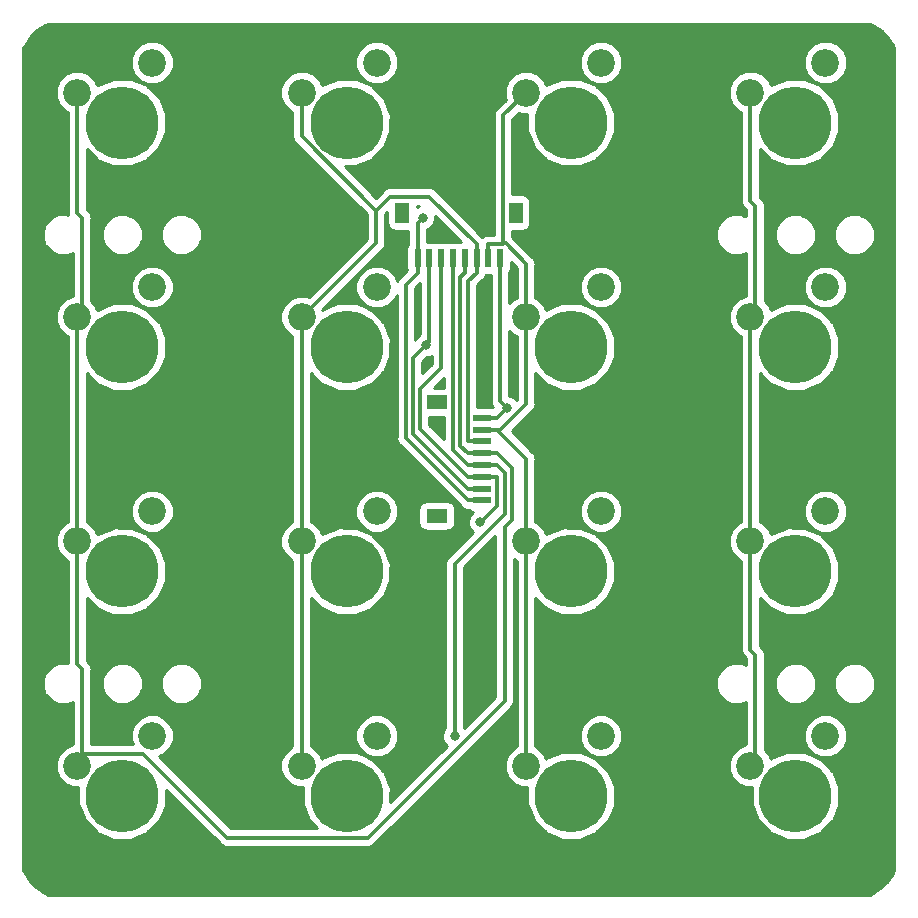
<source format=gbl>
G04 #@! TF.GenerationSoftware,KiCad,Pcbnew,(5.0.0)*
G04 #@! TF.CreationDate,2018-11-07T01:02:59+09:00*
G04 #@! TF.ProjectId,handheld_machine,68616E6468656C645F6D616368696E65,rev?*
G04 #@! TF.SameCoordinates,Original*
G04 #@! TF.FileFunction,Copper,L2,Bot,Signal*
G04 #@! TF.FilePolarity,Positive*
%FSLAX46Y46*%
G04 Gerber Fmt 4.6, Leading zero omitted, Abs format (unit mm)*
G04 Created by KiCad (PCBNEW (5.0.0)) date 11/07/18 01:02:59*
%MOMM*%
%LPD*%
G01*
G04 APERTURE LIST*
G04 #@! TA.AperFunction,ComponentPad*
%ADD10C,6.150000*%
G04 #@! TD*
G04 #@! TA.AperFunction,ComponentPad*
%ADD11C,2.350000*%
G04 #@! TD*
G04 #@! TA.AperFunction,SMDPad,CuDef*
%ADD12R,1.550000X0.600000*%
G04 #@! TD*
G04 #@! TA.AperFunction,SMDPad,CuDef*
%ADD13R,1.800000X1.200000*%
G04 #@! TD*
G04 #@! TA.AperFunction,SMDPad,CuDef*
%ADD14R,1.200000X1.800000*%
G04 #@! TD*
G04 #@! TA.AperFunction,SMDPad,CuDef*
%ADD15R,0.600000X1.550000*%
G04 #@! TD*
G04 #@! TA.AperFunction,ViaPad*
%ADD16C,0.800000*%
G04 #@! TD*
G04 #@! TA.AperFunction,Conductor*
%ADD17C,0.300000*%
G04 #@! TD*
G04 #@! TA.AperFunction,NonConductor*
%ADD18C,0.254000*%
G04 #@! TD*
G04 APERTURE END LIST*
D10*
G04 #@! TO.P,SW1,5*
G04 #@! TO.N,N/C*
X109500000Y-83500000D03*
D11*
G04 #@! TO.P,SW1,2*
G04 #@! TO.N,Net-(D1-Pad2)*
X112040000Y-78420000D03*
G04 #@! TO.P,SW1,1*
G04 #@! TO.N,col1*
X105690000Y-80960000D03*
G04 #@! TD*
G04 #@! TO.P,SW2,1*
G04 #@! TO.N,col2*
X124690000Y-80960000D03*
G04 #@! TO.P,SW2,2*
G04 #@! TO.N,Net-(D2-Pad2)*
X131040000Y-78420000D03*
D10*
G04 #@! TO.P,SW2,5*
G04 #@! TO.N,N/C*
X128500000Y-83500000D03*
G04 #@! TD*
G04 #@! TO.P,SW3,5*
G04 #@! TO.N,N/C*
X147500000Y-83500000D03*
D11*
G04 #@! TO.P,SW3,2*
G04 #@! TO.N,Net-(D3-Pad2)*
X150040000Y-78420000D03*
G04 #@! TO.P,SW3,1*
G04 #@! TO.N,col3*
X143690000Y-80960000D03*
G04 #@! TD*
D10*
G04 #@! TO.P,SW4,5*
G04 #@! TO.N,N/C*
X166500000Y-83500000D03*
D11*
G04 #@! TO.P,SW4,2*
G04 #@! TO.N,Net-(D4-Pad2)*
X169040000Y-78420000D03*
G04 #@! TO.P,SW4,1*
G04 #@! TO.N,col4*
X162690000Y-80960000D03*
G04 #@! TD*
G04 #@! TO.P,SW5,1*
G04 #@! TO.N,col1*
X105690000Y-99960000D03*
G04 #@! TO.P,SW5,2*
G04 #@! TO.N,Net-(D5-Pad2)*
X112040000Y-97420000D03*
D10*
G04 #@! TO.P,SW5,5*
G04 #@! TO.N,N/C*
X109500000Y-102500000D03*
G04 #@! TD*
D11*
G04 #@! TO.P,SW6,1*
G04 #@! TO.N,col2*
X124690000Y-99960000D03*
G04 #@! TO.P,SW6,2*
G04 #@! TO.N,Net-(D6-Pad2)*
X131040000Y-97420000D03*
D10*
G04 #@! TO.P,SW6,5*
G04 #@! TO.N,N/C*
X128500000Y-102500000D03*
G04 #@! TD*
G04 #@! TO.P,SW7,5*
G04 #@! TO.N,N/C*
X147500000Y-102500000D03*
D11*
G04 #@! TO.P,SW7,2*
G04 #@! TO.N,Net-(D7-Pad2)*
X150040000Y-97420000D03*
G04 #@! TO.P,SW7,1*
G04 #@! TO.N,col3*
X143690000Y-99960000D03*
G04 #@! TD*
D10*
G04 #@! TO.P,SW8,5*
G04 #@! TO.N,N/C*
X166500000Y-102500000D03*
D11*
G04 #@! TO.P,SW8,2*
G04 #@! TO.N,Net-(D8-Pad2)*
X169040000Y-97420000D03*
G04 #@! TO.P,SW8,1*
G04 #@! TO.N,col4*
X162690000Y-99960000D03*
G04 #@! TD*
G04 #@! TO.P,SW9,1*
G04 #@! TO.N,col1*
X105690000Y-118960000D03*
G04 #@! TO.P,SW9,2*
G04 #@! TO.N,Net-(D9-Pad2)*
X112040000Y-116420000D03*
D10*
G04 #@! TO.P,SW9,5*
G04 #@! TO.N,N/C*
X109500000Y-121500000D03*
G04 #@! TD*
D11*
G04 #@! TO.P,SW10,1*
G04 #@! TO.N,col2*
X124690000Y-118960000D03*
G04 #@! TO.P,SW10,2*
G04 #@! TO.N,Net-(D10-Pad2)*
X131040000Y-116420000D03*
D10*
G04 #@! TO.P,SW10,5*
G04 #@! TO.N,N/C*
X128500000Y-121500000D03*
G04 #@! TD*
G04 #@! TO.P,SW11,5*
G04 #@! TO.N,N/C*
X147500000Y-121500000D03*
D11*
G04 #@! TO.P,SW11,2*
G04 #@! TO.N,Net-(D11-Pad2)*
X150040000Y-116420000D03*
G04 #@! TO.P,SW11,1*
G04 #@! TO.N,col3*
X143690000Y-118960000D03*
G04 #@! TD*
G04 #@! TO.P,SW12,1*
G04 #@! TO.N,col4*
X162690000Y-118960000D03*
G04 #@! TO.P,SW12,2*
G04 #@! TO.N,Net-(D12-Pad2)*
X169040000Y-116420000D03*
D10*
G04 #@! TO.P,SW12,5*
G04 #@! TO.N,N/C*
X166500000Y-121500000D03*
G04 #@! TD*
G04 #@! TO.P,SW13,5*
G04 #@! TO.N,N/C*
X109500000Y-140500000D03*
D11*
G04 #@! TO.P,SW13,2*
G04 #@! TO.N,Net-(D13-Pad2)*
X112040000Y-135420000D03*
G04 #@! TO.P,SW13,1*
G04 #@! TO.N,col1*
X105690000Y-137960000D03*
G04 #@! TD*
G04 #@! TO.P,SW14,1*
G04 #@! TO.N,col2*
X124690000Y-137960000D03*
G04 #@! TO.P,SW14,2*
G04 #@! TO.N,Net-(D14-Pad2)*
X131040000Y-135420000D03*
D10*
G04 #@! TO.P,SW14,5*
G04 #@! TO.N,N/C*
X128500000Y-140500000D03*
G04 #@! TD*
G04 #@! TO.P,SW15,5*
G04 #@! TO.N,N/C*
X147500000Y-140500000D03*
D11*
G04 #@! TO.P,SW15,2*
G04 #@! TO.N,Net-(D15-Pad2)*
X150040000Y-135420000D03*
G04 #@! TO.P,SW15,1*
G04 #@! TO.N,col3*
X143690000Y-137960000D03*
G04 #@! TD*
G04 #@! TO.P,SW16,1*
G04 #@! TO.N,col4*
X162690000Y-137960000D03*
G04 #@! TO.P,SW16,2*
G04 #@! TO.N,Net-(D16-Pad2)*
X169040000Y-135420000D03*
D10*
G04 #@! TO.P,SW16,5*
G04 #@! TO.N,N/C*
X166500000Y-140500000D03*
G04 #@! TD*
D12*
G04 #@! TO.P,J1,1*
G04 #@! TO.N,row1*
X140000000Y-115500000D03*
G04 #@! TO.P,J1,2*
G04 #@! TO.N,row2*
X140000000Y-114500000D03*
G04 #@! TO.P,J1,3*
G04 #@! TO.N,row3*
X140000000Y-113500000D03*
G04 #@! TO.P,J1,4*
G04 #@! TO.N,row4*
X140000000Y-112500000D03*
G04 #@! TO.P,J1,5*
G04 #@! TO.N,col1*
X140000000Y-111500000D03*
G04 #@! TO.P,J1,6*
G04 #@! TO.N,col2*
X140000000Y-110500000D03*
G04 #@! TO.P,J1,7*
G04 #@! TO.N,col3*
X140000000Y-109500000D03*
G04 #@! TO.P,J1,8*
G04 #@! TO.N,col4*
X140000000Y-108500000D03*
D13*
G04 #@! TO.P,J1,MP*
G04 #@! TO.N,N/C*
X136125000Y-116800000D03*
X136125000Y-107200000D03*
G04 #@! TD*
D14*
G04 #@! TO.P,J2,MP*
G04 #@! TO.N,N/C*
X142800000Y-91125000D03*
X133200000Y-91125000D03*
D15*
G04 #@! TO.P,J2,8*
G04 #@! TO.N,col4*
X141500000Y-95000000D03*
G04 #@! TO.P,J2,7*
G04 #@! TO.N,col3*
X140500000Y-95000000D03*
G04 #@! TO.P,J2,6*
G04 #@! TO.N,col2*
X139500000Y-95000000D03*
G04 #@! TO.P,J2,5*
G04 #@! TO.N,col1*
X138500000Y-95000000D03*
G04 #@! TO.P,J2,4*
G04 #@! TO.N,row4*
X137500000Y-95000000D03*
G04 #@! TO.P,J2,3*
G04 #@! TO.N,row3*
X136500000Y-95000000D03*
G04 #@! TO.P,J2,2*
G04 #@! TO.N,row2*
X135500000Y-95000000D03*
G04 #@! TO.P,J2,1*
G04 #@! TO.N,row1*
X134500000Y-95000000D03*
G04 #@! TD*
D16*
G04 #@! TO.N,row1*
X134959400Y-91550300D03*
G04 #@! TO.N,row2*
X135248600Y-102339800D03*
G04 #@! TO.N,row3*
X139781700Y-117331700D03*
G04 #@! TO.N,row4*
X137646900Y-135476900D03*
G04 #@! TO.N,col4*
X142076800Y-107648500D03*
G04 #@! TD*
D17*
G04 #@! TO.N,row1*
X134500000Y-96225300D02*
X133508700Y-97216600D01*
X133508700Y-97216600D02*
X133508700Y-110234000D01*
X133508700Y-110234000D02*
X138774700Y-115500000D01*
X134500000Y-95000000D02*
X134500000Y-96225300D01*
X134500000Y-93774700D02*
X134500000Y-92009700D01*
X134500000Y-92009700D02*
X134959400Y-91550300D01*
X134500000Y-95000000D02*
X134500000Y-93774700D01*
X140000000Y-115500000D02*
X138774700Y-115500000D01*
G04 #@! TO.N,row2*
X140000000Y-114500000D02*
X138774700Y-114500000D01*
X138774700Y-114500000D02*
X134117200Y-109842500D01*
X134117200Y-109842500D02*
X134117200Y-103471200D01*
X134117200Y-103471200D02*
X135248600Y-102339800D01*
X135500000Y-95000000D02*
X135500000Y-102088400D01*
X135500000Y-102088400D02*
X135248600Y-102339800D01*
G04 #@! TO.N,row3*
X140000000Y-113500000D02*
X141225300Y-113500000D01*
X141225300Y-113500000D02*
X141225300Y-115986500D01*
X141225300Y-115986500D02*
X139880200Y-117331600D01*
X139880200Y-117331600D02*
X139781700Y-117331600D01*
X139781700Y-117331600D02*
X139781700Y-117331700D01*
X139537500Y-113500000D02*
X140000000Y-113500000D01*
X139537500Y-113500000D02*
X138774700Y-113500000D01*
X136500000Y-96225300D02*
X136500000Y-104259700D01*
X136500000Y-104259700D02*
X134728600Y-106031100D01*
X134728600Y-106031100D02*
X134728600Y-109453900D01*
X134728600Y-109453900D02*
X138774700Y-113500000D01*
X136500000Y-95000000D02*
X136500000Y-96225300D01*
G04 #@! TO.N,row4*
X140000000Y-112500000D02*
X138774700Y-112500000D01*
X137500000Y-95000000D02*
X137500000Y-111225300D01*
X137500000Y-111225300D02*
X138774700Y-112500000D01*
X140000000Y-112500000D02*
X141225300Y-112500000D01*
X141225300Y-112500000D02*
X141880100Y-113154800D01*
X141880100Y-113154800D02*
X141880100Y-116615500D01*
X141880100Y-116615500D02*
X137646900Y-120848700D01*
X137646900Y-120848700D02*
X137646900Y-135476900D01*
G04 #@! TO.N,col1*
X106099400Y-136944400D02*
X111265700Y-136944400D01*
X111265700Y-136944400D02*
X118363800Y-144042500D01*
X118363800Y-144042500D02*
X130283800Y-144042500D01*
X130283800Y-144042500D02*
X141880100Y-132446200D01*
X141880100Y-132446200D02*
X141880100Y-117764700D01*
X141880100Y-117764700D02*
X142480400Y-117164400D01*
X142480400Y-117164400D02*
X142480400Y-112755100D01*
X142480400Y-112755100D02*
X141225300Y-111500000D01*
X140000000Y-111500000D02*
X138774700Y-111500000D01*
X138500000Y-95000000D02*
X138500000Y-96225300D01*
X138500000Y-96225300D02*
X138137400Y-96587900D01*
X138137400Y-96587900D02*
X138137400Y-110862700D01*
X138137400Y-110862700D02*
X138774700Y-111500000D01*
X105690000Y-99960000D02*
X106098100Y-99551900D01*
X106098100Y-99551900D02*
X106098100Y-91573000D01*
X106098100Y-91573000D02*
X105690000Y-91164900D01*
X105690000Y-91164900D02*
X105690000Y-80960000D01*
X105690000Y-118960000D02*
X105690000Y-99960000D01*
X106099400Y-136944400D02*
X106099400Y-137550600D01*
X106099400Y-137550600D02*
X105690000Y-137960000D01*
X105690000Y-118960000D02*
X105690000Y-129382600D01*
X105690000Y-129382600D02*
X106099400Y-129792000D01*
X106099400Y-129792000D02*
X106099400Y-136944400D01*
X140000000Y-111500000D02*
X141225300Y-111500000D01*
G04 #@! TO.N,col2*
X139500000Y-95000000D02*
X139500000Y-93774700D01*
X130969300Y-90961700D02*
X130969300Y-93680700D01*
X130969300Y-93680700D02*
X124690000Y-99960000D01*
X124690000Y-80960000D02*
X124690000Y-84682400D01*
X124690000Y-84682400D02*
X130969300Y-90961700D01*
X139500000Y-93774700D02*
X135499900Y-89774600D01*
X135499900Y-89774600D02*
X132156400Y-89774600D01*
X132156400Y-89774600D02*
X130969300Y-90961700D01*
X139500000Y-95612600D02*
X139500000Y-95000000D01*
X139500000Y-95612600D02*
X139500000Y-96225300D01*
X140000000Y-110500000D02*
X138774700Y-110500000D01*
X139500000Y-96225300D02*
X138774700Y-96950600D01*
X138774700Y-96950600D02*
X138774700Y-110500000D01*
X124690000Y-118960000D02*
X124690000Y-99960000D01*
X124690000Y-137960000D02*
X124690000Y-118960000D01*
G04 #@! TO.N,col3*
X140500000Y-95000000D02*
X140500000Y-93774700D01*
X141747300Y-93739700D02*
X141964100Y-93739700D01*
X141964100Y-93739700D02*
X143690000Y-95465600D01*
X143690000Y-95465600D02*
X143690000Y-99960000D01*
X140500000Y-93774700D02*
X141712300Y-93774700D01*
X141712300Y-93774700D02*
X141747300Y-93739700D01*
X143690000Y-80960000D02*
X141747300Y-82902700D01*
X141747300Y-82902700D02*
X141747300Y-93739700D01*
X141225300Y-109500000D02*
X141488200Y-109500000D01*
X141488200Y-109500000D02*
X143690000Y-107298200D01*
X143690000Y-107298200D02*
X143690000Y-99960000D01*
X143690000Y-118960000D02*
X143690000Y-111964700D01*
X143690000Y-111964700D02*
X141225300Y-109500000D01*
X143690000Y-137960000D02*
X143690000Y-118960000D01*
X140000000Y-109500000D02*
X141225300Y-109500000D01*
G04 #@! TO.N,col4*
X162690000Y-99960000D02*
X163099400Y-99550600D01*
X163099400Y-99550600D02*
X163099400Y-90548900D01*
X163099400Y-90548900D02*
X162690000Y-90139500D01*
X162690000Y-90139500D02*
X162690000Y-80960000D01*
X162690000Y-118960000D02*
X162690000Y-99960000D01*
X142076800Y-107648500D02*
X141225300Y-108500000D01*
X141500000Y-95000000D02*
X141500000Y-107071700D01*
X141500000Y-107071700D02*
X142076800Y-107648500D01*
X140000000Y-108500000D02*
X141225300Y-108500000D01*
X162690000Y-137960000D02*
X163099400Y-137550600D01*
X163099400Y-137550600D02*
X163099400Y-128548900D01*
X163099400Y-128548900D02*
X162690000Y-128139500D01*
X162690000Y-128139500D02*
X162690000Y-118960000D01*
G04 #@! TD*
D18*
G36*
X173182351Y-75309846D02*
X173801331Y-75754628D01*
X174331761Y-76301988D01*
X174756884Y-76934639D01*
X174873000Y-77199158D01*
X174873000Y-146799006D01*
X174690152Y-147182355D01*
X174245374Y-147801328D01*
X173698012Y-148331761D01*
X173065362Y-148756883D01*
X172800841Y-148873000D01*
X103200994Y-148873000D01*
X102817645Y-148690152D01*
X102198672Y-148245374D01*
X101668239Y-147698012D01*
X101243117Y-147065362D01*
X101127000Y-146800841D01*
X101127000Y-92711593D01*
X102754677Y-92711593D01*
X102765000Y-93028284D01*
X102765000Y-93345113D01*
X102776210Y-93372176D01*
X102777164Y-93401453D01*
X102997901Y-93934359D01*
X103011293Y-93939716D01*
X103029138Y-93982799D01*
X103517201Y-94470862D01*
X103560284Y-94488707D01*
X103565641Y-94502099D01*
X103862171Y-94613753D01*
X104154887Y-94735000D01*
X104184177Y-94735000D01*
X104211593Y-94745323D01*
X104528284Y-94735000D01*
X104845113Y-94735000D01*
X104872176Y-94723790D01*
X104901453Y-94722836D01*
X105313101Y-94552326D01*
X105313100Y-98156987D01*
X104664717Y-98425556D01*
X104155556Y-98934717D01*
X103880000Y-99599969D01*
X103880000Y-100320031D01*
X104155556Y-100985283D01*
X104664717Y-101494444D01*
X104905001Y-101593973D01*
X104905000Y-117326028D01*
X104664717Y-117425556D01*
X104155556Y-117934717D01*
X103880000Y-118599969D01*
X103880000Y-119320031D01*
X104155556Y-119985283D01*
X104664717Y-120494444D01*
X104905000Y-120593972D01*
X104905001Y-129289806D01*
X104845113Y-129265000D01*
X104815823Y-129265000D01*
X104788407Y-129254677D01*
X104471716Y-129265000D01*
X104154887Y-129265000D01*
X104127824Y-129276210D01*
X104098547Y-129277164D01*
X103565641Y-129497901D01*
X103560284Y-129511293D01*
X103517201Y-129529138D01*
X103029138Y-130017201D01*
X103011293Y-130060284D01*
X102997901Y-130065641D01*
X102886247Y-130362171D01*
X102765000Y-130654887D01*
X102765000Y-130684177D01*
X102754677Y-130711593D01*
X102765000Y-131028284D01*
X102765000Y-131345113D01*
X102776210Y-131372176D01*
X102777164Y-131401453D01*
X102997901Y-131934359D01*
X103011293Y-131939716D01*
X103029138Y-131982799D01*
X103517201Y-132470862D01*
X103560284Y-132488707D01*
X103565641Y-132502099D01*
X103862171Y-132613753D01*
X104154887Y-132735000D01*
X104184177Y-132735000D01*
X104211593Y-132745323D01*
X104528284Y-132735000D01*
X104845113Y-132735000D01*
X104872176Y-132723790D01*
X104901453Y-132722836D01*
X105314400Y-132551788D01*
X105314401Y-136156449D01*
X104664717Y-136425556D01*
X104155556Y-136934717D01*
X103880000Y-137599969D01*
X103880000Y-138320031D01*
X104155556Y-138985283D01*
X104664717Y-139494444D01*
X105329969Y-139770000D01*
X105790000Y-139770000D01*
X105790000Y-140489526D01*
X105785862Y-141216845D01*
X105790000Y-141226998D01*
X105790000Y-141237965D01*
X106068388Y-141910052D01*
X106342908Y-142583617D01*
X106354693Y-142601254D01*
X106354814Y-142601546D01*
X106355037Y-142601769D01*
X106366822Y-142619406D01*
X106388420Y-142635152D01*
X107364848Y-143611580D01*
X107380594Y-143633178D01*
X107390699Y-143637431D01*
X107398454Y-143645186D01*
X108070593Y-143923595D01*
X108740940Y-144205741D01*
X108751903Y-144205803D01*
X108762035Y-144210000D01*
X109489526Y-144210000D01*
X110216845Y-144214138D01*
X110226998Y-144210000D01*
X110237965Y-144210000D01*
X110910052Y-143931612D01*
X111583617Y-143657092D01*
X111601254Y-143645307D01*
X111601546Y-143645186D01*
X111601769Y-143644963D01*
X111619406Y-143633178D01*
X111635152Y-143611580D01*
X112611580Y-142635152D01*
X112633178Y-142619406D01*
X112637431Y-142609301D01*
X112645186Y-142601546D01*
X112923595Y-141929407D01*
X113205741Y-141259060D01*
X113205803Y-141248097D01*
X113210000Y-141237965D01*
X113210000Y-140510474D01*
X113212894Y-140001752D01*
X117754053Y-144542911D01*
X117797847Y-144608453D01*
X117863389Y-144652247D01*
X117863391Y-144652249D01*
X117926382Y-144694338D01*
X118057508Y-144781954D01*
X118286484Y-144827500D01*
X118286488Y-144827500D01*
X118363799Y-144842878D01*
X118441110Y-144827500D01*
X130206488Y-144827500D01*
X130283800Y-144842878D01*
X130361112Y-144827500D01*
X130361116Y-144827500D01*
X130590092Y-144781954D01*
X130849753Y-144608453D01*
X130893549Y-144542908D01*
X142380508Y-133055949D01*
X142446053Y-133012153D01*
X142619554Y-132752492D01*
X142665100Y-132523516D01*
X142665100Y-132523512D01*
X142680478Y-132446200D01*
X142665100Y-132368888D01*
X142665100Y-120494603D01*
X142905001Y-120593973D01*
X142905000Y-136326028D01*
X142664717Y-136425556D01*
X142155556Y-136934717D01*
X141880000Y-137599969D01*
X141880000Y-138320031D01*
X142155556Y-138985283D01*
X142664717Y-139494444D01*
X143329969Y-139770000D01*
X143790000Y-139770000D01*
X143790000Y-140489526D01*
X143785862Y-141216845D01*
X143790000Y-141226998D01*
X143790000Y-141237965D01*
X144068388Y-141910052D01*
X144342908Y-142583617D01*
X144354693Y-142601254D01*
X144354814Y-142601546D01*
X144355037Y-142601769D01*
X144366822Y-142619406D01*
X144388420Y-142635152D01*
X145364848Y-143611580D01*
X145380594Y-143633178D01*
X145390699Y-143637431D01*
X145398454Y-143645186D01*
X146070593Y-143923595D01*
X146740940Y-144205741D01*
X146751903Y-144205803D01*
X146762035Y-144210000D01*
X147489526Y-144210000D01*
X148216845Y-144214138D01*
X148226998Y-144210000D01*
X148237965Y-144210000D01*
X148910052Y-143931612D01*
X149583617Y-143657092D01*
X149601254Y-143645307D01*
X149601546Y-143645186D01*
X149601769Y-143644963D01*
X149619406Y-143633178D01*
X149635152Y-143611580D01*
X150611580Y-142635152D01*
X150633178Y-142619406D01*
X150637431Y-142609301D01*
X150645186Y-142601546D01*
X150923595Y-141929407D01*
X151205741Y-141259060D01*
X151205803Y-141248097D01*
X151210000Y-141237965D01*
X151210000Y-140510474D01*
X151214138Y-139783155D01*
X151210000Y-139773002D01*
X151210000Y-139762035D01*
X150931612Y-139089948D01*
X150657092Y-138416383D01*
X150645307Y-138398746D01*
X150645186Y-138398454D01*
X150644963Y-138398231D01*
X150633178Y-138380594D01*
X150611580Y-138364848D01*
X149635152Y-137388420D01*
X149619406Y-137366822D01*
X149609301Y-137362569D01*
X149601546Y-137354814D01*
X148929407Y-137076405D01*
X148259060Y-136794259D01*
X148248097Y-136794197D01*
X148237965Y-136790000D01*
X147510474Y-136790000D01*
X146783155Y-136785862D01*
X146773002Y-136790000D01*
X146762035Y-136790000D01*
X146089948Y-137068388D01*
X145416383Y-137342908D01*
X145398746Y-137354693D01*
X145398454Y-137354814D01*
X145224444Y-136934717D01*
X144715283Y-136425556D01*
X144475000Y-136326028D01*
X144475000Y-135059969D01*
X148230000Y-135059969D01*
X148230000Y-135780031D01*
X148505556Y-136445283D01*
X149014717Y-136954444D01*
X149679969Y-137230000D01*
X150400031Y-137230000D01*
X151065283Y-136954444D01*
X151574444Y-136445283D01*
X151850000Y-135780031D01*
X151850000Y-135059969D01*
X151574444Y-134394717D01*
X151065283Y-133885556D01*
X150400031Y-133610000D01*
X149679969Y-133610000D01*
X149014717Y-133885556D01*
X148505556Y-134394717D01*
X148230000Y-135059969D01*
X144475000Y-135059969D01*
X144475000Y-123721732D01*
X145364848Y-124611580D01*
X145380594Y-124633178D01*
X145390699Y-124637431D01*
X145398454Y-124645186D01*
X146070593Y-124923595D01*
X146740940Y-125205741D01*
X146751903Y-125205803D01*
X146762035Y-125210000D01*
X147489526Y-125210000D01*
X148216845Y-125214138D01*
X148226998Y-125210000D01*
X148237965Y-125210000D01*
X148910052Y-124931612D01*
X149583617Y-124657092D01*
X149601254Y-124645307D01*
X149601546Y-124645186D01*
X149601769Y-124644963D01*
X149619406Y-124633178D01*
X149635152Y-124611580D01*
X150611580Y-123635152D01*
X150633178Y-123619406D01*
X150637431Y-123609301D01*
X150645186Y-123601546D01*
X150923595Y-122929407D01*
X151205741Y-122259060D01*
X151205803Y-122248097D01*
X151210000Y-122237965D01*
X151210000Y-121510474D01*
X151214138Y-120783155D01*
X151210000Y-120773002D01*
X151210000Y-120762035D01*
X150931612Y-120089948D01*
X150657092Y-119416383D01*
X150645307Y-119398746D01*
X150645186Y-119398454D01*
X150644963Y-119398231D01*
X150633178Y-119380594D01*
X150611580Y-119364848D01*
X149635152Y-118388420D01*
X149619406Y-118366822D01*
X149609301Y-118362569D01*
X149601546Y-118354814D01*
X148929407Y-118076405D01*
X148259060Y-117794259D01*
X148248097Y-117794197D01*
X148237965Y-117790000D01*
X147510474Y-117790000D01*
X146783155Y-117785862D01*
X146773002Y-117790000D01*
X146762035Y-117790000D01*
X146089948Y-118068388D01*
X145416383Y-118342908D01*
X145398746Y-118354693D01*
X145398454Y-118354814D01*
X145224444Y-117934717D01*
X144715283Y-117425556D01*
X144475000Y-117326028D01*
X144475000Y-116059969D01*
X148230000Y-116059969D01*
X148230000Y-116780031D01*
X148505556Y-117445283D01*
X149014717Y-117954444D01*
X149679969Y-118230000D01*
X150400031Y-118230000D01*
X151065283Y-117954444D01*
X151574444Y-117445283D01*
X151850000Y-116780031D01*
X151850000Y-116059969D01*
X151574444Y-115394717D01*
X151065283Y-114885556D01*
X150400031Y-114610000D01*
X149679969Y-114610000D01*
X149014717Y-114885556D01*
X148505556Y-115394717D01*
X148230000Y-116059969D01*
X144475000Y-116059969D01*
X144475000Y-112042010D01*
X144490378Y-111964699D01*
X144475000Y-111887388D01*
X144475000Y-111887384D01*
X144429454Y-111658408D01*
X144323608Y-111499999D01*
X144299749Y-111464291D01*
X144299747Y-111464289D01*
X144255953Y-111398747D01*
X144190411Y-111354953D01*
X142466907Y-109631450D01*
X144190411Y-107907947D01*
X144255953Y-107864153D01*
X144299747Y-107798611D01*
X144299749Y-107798609D01*
X144384711Y-107671454D01*
X144429454Y-107604492D01*
X144475000Y-107375516D01*
X144475000Y-107375512D01*
X144490378Y-107298201D01*
X144475000Y-107220890D01*
X144475000Y-104721732D01*
X145364848Y-105611580D01*
X145380594Y-105633178D01*
X145390699Y-105637431D01*
X145398454Y-105645186D01*
X146070593Y-105923595D01*
X146740940Y-106205741D01*
X146751903Y-106205803D01*
X146762035Y-106210000D01*
X147489526Y-106210000D01*
X148216845Y-106214138D01*
X148226998Y-106210000D01*
X148237965Y-106210000D01*
X148910052Y-105931612D01*
X149583617Y-105657092D01*
X149601254Y-105645307D01*
X149601546Y-105645186D01*
X149601769Y-105644963D01*
X149619406Y-105633178D01*
X149635152Y-105611580D01*
X150611580Y-104635152D01*
X150633178Y-104619406D01*
X150637431Y-104609301D01*
X150645186Y-104601546D01*
X150923595Y-103929407D01*
X151205741Y-103259060D01*
X151205803Y-103248097D01*
X151210000Y-103237965D01*
X151210000Y-102510474D01*
X151214138Y-101783155D01*
X151210000Y-101773002D01*
X151210000Y-101762035D01*
X150931612Y-101089948D01*
X150657092Y-100416383D01*
X150645307Y-100398746D01*
X150645186Y-100398454D01*
X150644963Y-100398231D01*
X150633178Y-100380594D01*
X150611580Y-100364848D01*
X149635152Y-99388420D01*
X149619406Y-99366822D01*
X149609301Y-99362569D01*
X149601546Y-99354814D01*
X148929407Y-99076405D01*
X148259060Y-98794259D01*
X148248097Y-98794197D01*
X148237965Y-98790000D01*
X147510474Y-98790000D01*
X146783155Y-98785862D01*
X146773002Y-98790000D01*
X146762035Y-98790000D01*
X146089948Y-99068388D01*
X145416383Y-99342908D01*
X145398746Y-99354693D01*
X145398454Y-99354814D01*
X145224444Y-98934717D01*
X144715283Y-98425556D01*
X144475000Y-98326028D01*
X144475000Y-97059969D01*
X148230000Y-97059969D01*
X148230000Y-97780031D01*
X148505556Y-98445283D01*
X149014717Y-98954444D01*
X149679969Y-99230000D01*
X150400031Y-99230000D01*
X151065283Y-98954444D01*
X151574444Y-98445283D01*
X151850000Y-97780031D01*
X151850000Y-97059969D01*
X151574444Y-96394717D01*
X151065283Y-95885556D01*
X150400031Y-95610000D01*
X149679969Y-95610000D01*
X149014717Y-95885556D01*
X148505556Y-96394717D01*
X148230000Y-97059969D01*
X144475000Y-97059969D01*
X144475000Y-95542910D01*
X144490378Y-95465599D01*
X144475000Y-95388288D01*
X144475000Y-95388284D01*
X144429454Y-95159308D01*
X144349885Y-95040225D01*
X144299749Y-94965191D01*
X144299747Y-94965189D01*
X144255953Y-94899647D01*
X144190411Y-94855853D01*
X142573849Y-93239292D01*
X142532300Y-93177110D01*
X142532300Y-92711593D01*
X159754677Y-92711593D01*
X159765000Y-93028284D01*
X159765000Y-93345113D01*
X159776210Y-93372176D01*
X159777164Y-93401453D01*
X159997901Y-93934359D01*
X160011293Y-93939716D01*
X160029138Y-93982799D01*
X160517201Y-94470862D01*
X160560284Y-94488707D01*
X160565641Y-94502099D01*
X160862171Y-94613753D01*
X161154887Y-94735000D01*
X161184177Y-94735000D01*
X161211593Y-94745323D01*
X161528284Y-94735000D01*
X161845113Y-94735000D01*
X161872176Y-94723790D01*
X161901453Y-94722836D01*
X162314401Y-94551787D01*
X162314400Y-98156449D01*
X161664717Y-98425556D01*
X161155556Y-98934717D01*
X160880000Y-99599969D01*
X160880000Y-100320031D01*
X161155556Y-100985283D01*
X161664717Y-101494444D01*
X161905001Y-101593973D01*
X161905000Y-117326028D01*
X161664717Y-117425556D01*
X161155556Y-117934717D01*
X160880000Y-118599969D01*
X160880000Y-119320031D01*
X161155556Y-119985283D01*
X161664717Y-120494444D01*
X161905001Y-120593973D01*
X161905000Y-128062188D01*
X161889622Y-128139500D01*
X161905000Y-128216812D01*
X161905000Y-128216815D01*
X161950546Y-128445791D01*
X162124047Y-128705453D01*
X162189592Y-128749249D01*
X162314401Y-128874058D01*
X162314401Y-129452732D01*
X162137829Y-129386247D01*
X161845113Y-129265000D01*
X161815823Y-129265000D01*
X161788407Y-129254677D01*
X161471716Y-129265000D01*
X161154887Y-129265000D01*
X161127824Y-129276210D01*
X161098547Y-129277164D01*
X160565641Y-129497901D01*
X160560284Y-129511293D01*
X160517201Y-129529138D01*
X160029138Y-130017201D01*
X160011293Y-130060284D01*
X159997901Y-130065641D01*
X159886247Y-130362171D01*
X159765000Y-130654887D01*
X159765000Y-130684177D01*
X159754677Y-130711593D01*
X159765000Y-131028284D01*
X159765000Y-131345113D01*
X159776210Y-131372176D01*
X159777164Y-131401453D01*
X159997901Y-131934359D01*
X160011293Y-131939716D01*
X160029138Y-131982799D01*
X160517201Y-132470862D01*
X160560284Y-132488707D01*
X160565641Y-132502099D01*
X160862171Y-132613753D01*
X161154887Y-132735000D01*
X161184177Y-132735000D01*
X161211593Y-132745323D01*
X161528284Y-132735000D01*
X161845113Y-132735000D01*
X161872176Y-132723790D01*
X161901453Y-132722836D01*
X162314401Y-132551787D01*
X162314400Y-136156449D01*
X161664717Y-136425556D01*
X161155556Y-136934717D01*
X160880000Y-137599969D01*
X160880000Y-138320031D01*
X161155556Y-138985283D01*
X161664717Y-139494444D01*
X162329969Y-139770000D01*
X162790000Y-139770000D01*
X162790000Y-140489526D01*
X162785862Y-141216845D01*
X162790000Y-141226998D01*
X162790000Y-141237965D01*
X163068388Y-141910052D01*
X163342908Y-142583617D01*
X163354693Y-142601254D01*
X163354814Y-142601546D01*
X163355037Y-142601769D01*
X163366822Y-142619406D01*
X163388420Y-142635152D01*
X164364848Y-143611580D01*
X164380594Y-143633178D01*
X164390699Y-143637431D01*
X164398454Y-143645186D01*
X165070593Y-143923595D01*
X165740940Y-144205741D01*
X165751903Y-144205803D01*
X165762035Y-144210000D01*
X166489526Y-144210000D01*
X167216845Y-144214138D01*
X167226998Y-144210000D01*
X167237965Y-144210000D01*
X167910052Y-143931612D01*
X168583617Y-143657092D01*
X168601254Y-143645307D01*
X168601546Y-143645186D01*
X168601769Y-143644963D01*
X168619406Y-143633178D01*
X168635152Y-143611580D01*
X169611580Y-142635152D01*
X169633178Y-142619406D01*
X169637431Y-142609301D01*
X169645186Y-142601546D01*
X169923595Y-141929407D01*
X170205741Y-141259060D01*
X170205803Y-141248097D01*
X170210000Y-141237965D01*
X170210000Y-140510474D01*
X170214138Y-139783155D01*
X170210000Y-139773002D01*
X170210000Y-139762035D01*
X169931612Y-139089948D01*
X169657092Y-138416383D01*
X169645307Y-138398746D01*
X169645186Y-138398454D01*
X169644963Y-138398231D01*
X169633178Y-138380594D01*
X169611580Y-138364848D01*
X168635152Y-137388420D01*
X168619406Y-137366822D01*
X168609301Y-137362569D01*
X168601546Y-137354814D01*
X167929407Y-137076405D01*
X167259060Y-136794259D01*
X167248097Y-136794197D01*
X167237965Y-136790000D01*
X166510474Y-136790000D01*
X165783155Y-136785862D01*
X165773002Y-136790000D01*
X165762035Y-136790000D01*
X165089948Y-137068388D01*
X164416383Y-137342908D01*
X164398746Y-137354693D01*
X164398454Y-137354814D01*
X164224444Y-136934717D01*
X163884400Y-136594673D01*
X163884400Y-135059969D01*
X167230000Y-135059969D01*
X167230000Y-135780031D01*
X167505556Y-136445283D01*
X168014717Y-136954444D01*
X168679969Y-137230000D01*
X169400031Y-137230000D01*
X170065283Y-136954444D01*
X170574444Y-136445283D01*
X170850000Y-135780031D01*
X170850000Y-135059969D01*
X170574444Y-134394717D01*
X170065283Y-133885556D01*
X169400031Y-133610000D01*
X168679969Y-133610000D01*
X168014717Y-133885556D01*
X167505556Y-134394717D01*
X167230000Y-135059969D01*
X163884400Y-135059969D01*
X163884400Y-130711593D01*
X164754677Y-130711593D01*
X164765000Y-131028284D01*
X164765000Y-131345113D01*
X164776210Y-131372176D01*
X164777164Y-131401453D01*
X164997901Y-131934359D01*
X165011293Y-131939716D01*
X165029138Y-131982799D01*
X165517201Y-132470862D01*
X165560284Y-132488707D01*
X165565641Y-132502099D01*
X165862171Y-132613753D01*
X166154887Y-132735000D01*
X166184177Y-132735000D01*
X166211593Y-132745323D01*
X166528284Y-132735000D01*
X166845113Y-132735000D01*
X166872176Y-132723790D01*
X166901453Y-132722836D01*
X167434359Y-132502099D01*
X167439716Y-132488707D01*
X167482799Y-132470862D01*
X167970862Y-131982799D01*
X167988707Y-131939716D01*
X168002099Y-131934359D01*
X168113753Y-131637829D01*
X168235000Y-131345113D01*
X168235000Y-131315823D01*
X168245323Y-131288407D01*
X168235000Y-130971716D01*
X168235000Y-130711593D01*
X169754677Y-130711593D01*
X169765000Y-131028284D01*
X169765000Y-131345113D01*
X169776210Y-131372176D01*
X169777164Y-131401453D01*
X169997901Y-131934359D01*
X170011293Y-131939716D01*
X170029138Y-131982799D01*
X170517201Y-132470862D01*
X170560284Y-132488707D01*
X170565641Y-132502099D01*
X170862171Y-132613753D01*
X171154887Y-132735000D01*
X171184177Y-132735000D01*
X171211593Y-132745323D01*
X171528284Y-132735000D01*
X171845113Y-132735000D01*
X171872176Y-132723790D01*
X171901453Y-132722836D01*
X172434359Y-132502099D01*
X172439716Y-132488707D01*
X172482799Y-132470862D01*
X172970862Y-131982799D01*
X172988707Y-131939716D01*
X173002099Y-131934359D01*
X173113753Y-131637829D01*
X173235000Y-131345113D01*
X173235000Y-131315823D01*
X173245323Y-131288407D01*
X173235000Y-130971716D01*
X173235000Y-130654887D01*
X173223790Y-130627824D01*
X173222836Y-130598547D01*
X173002099Y-130065641D01*
X172988707Y-130060284D01*
X172970862Y-130017201D01*
X172482799Y-129529138D01*
X172439716Y-129511293D01*
X172434359Y-129497901D01*
X172137829Y-129386247D01*
X171845113Y-129265000D01*
X171815823Y-129265000D01*
X171788407Y-129254677D01*
X171471716Y-129265000D01*
X171154887Y-129265000D01*
X171127824Y-129276210D01*
X171098547Y-129277164D01*
X170565641Y-129497901D01*
X170560284Y-129511293D01*
X170517201Y-129529138D01*
X170029138Y-130017201D01*
X170011293Y-130060284D01*
X169997901Y-130065641D01*
X169886247Y-130362171D01*
X169765000Y-130654887D01*
X169765000Y-130684177D01*
X169754677Y-130711593D01*
X168235000Y-130711593D01*
X168235000Y-130654887D01*
X168223790Y-130627824D01*
X168222836Y-130598547D01*
X168002099Y-130065641D01*
X167988707Y-130060284D01*
X167970862Y-130017201D01*
X167482799Y-129529138D01*
X167439716Y-129511293D01*
X167434359Y-129497901D01*
X167137829Y-129386247D01*
X166845113Y-129265000D01*
X166815823Y-129265000D01*
X166788407Y-129254677D01*
X166471716Y-129265000D01*
X166154887Y-129265000D01*
X166127824Y-129276210D01*
X166098547Y-129277164D01*
X165565641Y-129497901D01*
X165560284Y-129511293D01*
X165517201Y-129529138D01*
X165029138Y-130017201D01*
X165011293Y-130060284D01*
X164997901Y-130065641D01*
X164886247Y-130362171D01*
X164765000Y-130654887D01*
X164765000Y-130684177D01*
X164754677Y-130711593D01*
X163884400Y-130711593D01*
X163884400Y-128626211D01*
X163899778Y-128548899D01*
X163884400Y-128471587D01*
X163884400Y-128471584D01*
X163838854Y-128242608D01*
X163665353Y-127982947D01*
X163599808Y-127939151D01*
X163475000Y-127814343D01*
X163475000Y-123721732D01*
X164364848Y-124611580D01*
X164380594Y-124633178D01*
X164390699Y-124637431D01*
X164398454Y-124645186D01*
X165070593Y-124923595D01*
X165740940Y-125205741D01*
X165751903Y-125205803D01*
X165762035Y-125210000D01*
X166489526Y-125210000D01*
X167216845Y-125214138D01*
X167226998Y-125210000D01*
X167237965Y-125210000D01*
X167910052Y-124931612D01*
X168583617Y-124657092D01*
X168601254Y-124645307D01*
X168601546Y-124645186D01*
X168601769Y-124644963D01*
X168619406Y-124633178D01*
X168635152Y-124611580D01*
X169611580Y-123635152D01*
X169633178Y-123619406D01*
X169637431Y-123609301D01*
X169645186Y-123601546D01*
X169923595Y-122929407D01*
X170205741Y-122259060D01*
X170205803Y-122248097D01*
X170210000Y-122237965D01*
X170210000Y-121510474D01*
X170214138Y-120783155D01*
X170210000Y-120773002D01*
X170210000Y-120762035D01*
X169931612Y-120089948D01*
X169657092Y-119416383D01*
X169645307Y-119398746D01*
X169645186Y-119398454D01*
X169644963Y-119398231D01*
X169633178Y-119380594D01*
X169611580Y-119364848D01*
X168635152Y-118388420D01*
X168619406Y-118366822D01*
X168609301Y-118362569D01*
X168601546Y-118354814D01*
X167929407Y-118076405D01*
X167259060Y-117794259D01*
X167248097Y-117794197D01*
X167237965Y-117790000D01*
X166510474Y-117790000D01*
X165783155Y-117785862D01*
X165773002Y-117790000D01*
X165762035Y-117790000D01*
X165089948Y-118068388D01*
X164416383Y-118342908D01*
X164398746Y-118354693D01*
X164398454Y-118354814D01*
X164224444Y-117934717D01*
X163715283Y-117425556D01*
X163475000Y-117326028D01*
X163475000Y-116059969D01*
X167230000Y-116059969D01*
X167230000Y-116780031D01*
X167505556Y-117445283D01*
X168014717Y-117954444D01*
X168679969Y-118230000D01*
X169400031Y-118230000D01*
X170065283Y-117954444D01*
X170574444Y-117445283D01*
X170850000Y-116780031D01*
X170850000Y-116059969D01*
X170574444Y-115394717D01*
X170065283Y-114885556D01*
X169400031Y-114610000D01*
X168679969Y-114610000D01*
X168014717Y-114885556D01*
X167505556Y-115394717D01*
X167230000Y-116059969D01*
X163475000Y-116059969D01*
X163475000Y-104721732D01*
X164364848Y-105611580D01*
X164380594Y-105633178D01*
X164390699Y-105637431D01*
X164398454Y-105645186D01*
X165070593Y-105923595D01*
X165740940Y-106205741D01*
X165751903Y-106205803D01*
X165762035Y-106210000D01*
X166489526Y-106210000D01*
X167216845Y-106214138D01*
X167226998Y-106210000D01*
X167237965Y-106210000D01*
X167910052Y-105931612D01*
X168583617Y-105657092D01*
X168601254Y-105645307D01*
X168601546Y-105645186D01*
X168601769Y-105644963D01*
X168619406Y-105633178D01*
X168635152Y-105611580D01*
X169611580Y-104635152D01*
X169633178Y-104619406D01*
X169637431Y-104609301D01*
X169645186Y-104601546D01*
X169923595Y-103929407D01*
X170205741Y-103259060D01*
X170205803Y-103248097D01*
X170210000Y-103237965D01*
X170210000Y-102510474D01*
X170214138Y-101783155D01*
X170210000Y-101773002D01*
X170210000Y-101762035D01*
X169931612Y-101089948D01*
X169657092Y-100416383D01*
X169645307Y-100398746D01*
X169645186Y-100398454D01*
X169644963Y-100398231D01*
X169633178Y-100380594D01*
X169611580Y-100364848D01*
X168635152Y-99388420D01*
X168619406Y-99366822D01*
X168609301Y-99362569D01*
X168601546Y-99354814D01*
X167929407Y-99076405D01*
X167259060Y-98794259D01*
X167248097Y-98794197D01*
X167237965Y-98790000D01*
X166510474Y-98790000D01*
X165783155Y-98785862D01*
X165773002Y-98790000D01*
X165762035Y-98790000D01*
X165089948Y-99068388D01*
X164416383Y-99342908D01*
X164398746Y-99354693D01*
X164398454Y-99354814D01*
X164224444Y-98934717D01*
X163884400Y-98594673D01*
X163884400Y-97059969D01*
X167230000Y-97059969D01*
X167230000Y-97780031D01*
X167505556Y-98445283D01*
X168014717Y-98954444D01*
X168679969Y-99230000D01*
X169400031Y-99230000D01*
X170065283Y-98954444D01*
X170574444Y-98445283D01*
X170850000Y-97780031D01*
X170850000Y-97059969D01*
X170574444Y-96394717D01*
X170065283Y-95885556D01*
X169400031Y-95610000D01*
X168679969Y-95610000D01*
X168014717Y-95885556D01*
X167505556Y-96394717D01*
X167230000Y-97059969D01*
X163884400Y-97059969D01*
X163884400Y-92711593D01*
X164754677Y-92711593D01*
X164765000Y-93028284D01*
X164765000Y-93345113D01*
X164776210Y-93372176D01*
X164777164Y-93401453D01*
X164997901Y-93934359D01*
X165011293Y-93939716D01*
X165029138Y-93982799D01*
X165517201Y-94470862D01*
X165560284Y-94488707D01*
X165565641Y-94502099D01*
X165862171Y-94613753D01*
X166154887Y-94735000D01*
X166184177Y-94735000D01*
X166211593Y-94745323D01*
X166528284Y-94735000D01*
X166845113Y-94735000D01*
X166872176Y-94723790D01*
X166901453Y-94722836D01*
X167434359Y-94502099D01*
X167439716Y-94488707D01*
X167482799Y-94470862D01*
X167970862Y-93982799D01*
X167988707Y-93939716D01*
X168002099Y-93934359D01*
X168113753Y-93637829D01*
X168235000Y-93345113D01*
X168235000Y-93315823D01*
X168245323Y-93288407D01*
X168235000Y-92971716D01*
X168235000Y-92711593D01*
X169754677Y-92711593D01*
X169765000Y-93028284D01*
X169765000Y-93345113D01*
X169776210Y-93372176D01*
X169777164Y-93401453D01*
X169997901Y-93934359D01*
X170011293Y-93939716D01*
X170029138Y-93982799D01*
X170517201Y-94470862D01*
X170560284Y-94488707D01*
X170565641Y-94502099D01*
X170862171Y-94613753D01*
X171154887Y-94735000D01*
X171184177Y-94735000D01*
X171211593Y-94745323D01*
X171528284Y-94735000D01*
X171845113Y-94735000D01*
X171872176Y-94723790D01*
X171901453Y-94722836D01*
X172434359Y-94502099D01*
X172439716Y-94488707D01*
X172482799Y-94470862D01*
X172970862Y-93982799D01*
X172988707Y-93939716D01*
X173002099Y-93934359D01*
X173113753Y-93637829D01*
X173235000Y-93345113D01*
X173235000Y-93315823D01*
X173245323Y-93288407D01*
X173235000Y-92971716D01*
X173235000Y-92654887D01*
X173223790Y-92627824D01*
X173222836Y-92598547D01*
X173002099Y-92065641D01*
X172988707Y-92060284D01*
X172970862Y-92017201D01*
X172482799Y-91529138D01*
X172439716Y-91511293D01*
X172434359Y-91497901D01*
X172137829Y-91386247D01*
X171845113Y-91265000D01*
X171815823Y-91265000D01*
X171788407Y-91254677D01*
X171471716Y-91265000D01*
X171154887Y-91265000D01*
X171127824Y-91276210D01*
X171098547Y-91277164D01*
X170565641Y-91497901D01*
X170560284Y-91511293D01*
X170517201Y-91529138D01*
X170029138Y-92017201D01*
X170011293Y-92060284D01*
X169997901Y-92065641D01*
X169886247Y-92362171D01*
X169765000Y-92654887D01*
X169765000Y-92684177D01*
X169754677Y-92711593D01*
X168235000Y-92711593D01*
X168235000Y-92654887D01*
X168223790Y-92627824D01*
X168222836Y-92598547D01*
X168002099Y-92065641D01*
X167988707Y-92060284D01*
X167970862Y-92017201D01*
X167482799Y-91529138D01*
X167439716Y-91511293D01*
X167434359Y-91497901D01*
X167137829Y-91386247D01*
X166845113Y-91265000D01*
X166815823Y-91265000D01*
X166788407Y-91254677D01*
X166471716Y-91265000D01*
X166154887Y-91265000D01*
X166127824Y-91276210D01*
X166098547Y-91277164D01*
X165565641Y-91497901D01*
X165560284Y-91511293D01*
X165517201Y-91529138D01*
X165029138Y-92017201D01*
X165011293Y-92060284D01*
X164997901Y-92065641D01*
X164886247Y-92362171D01*
X164765000Y-92654887D01*
X164765000Y-92684177D01*
X164754677Y-92711593D01*
X163884400Y-92711593D01*
X163884400Y-90626211D01*
X163899778Y-90548899D01*
X163884400Y-90471587D01*
X163884400Y-90471584D01*
X163838854Y-90242608D01*
X163665353Y-89982947D01*
X163599808Y-89939151D01*
X163475000Y-89814343D01*
X163475000Y-85721732D01*
X164364848Y-86611580D01*
X164380594Y-86633178D01*
X164390699Y-86637431D01*
X164398454Y-86645186D01*
X165070593Y-86923595D01*
X165740940Y-87205741D01*
X165751903Y-87205803D01*
X165762035Y-87210000D01*
X166489526Y-87210000D01*
X167216845Y-87214138D01*
X167226998Y-87210000D01*
X167237965Y-87210000D01*
X167910052Y-86931612D01*
X168583617Y-86657092D01*
X168601254Y-86645307D01*
X168601546Y-86645186D01*
X168601769Y-86644963D01*
X168619406Y-86633178D01*
X168635152Y-86611580D01*
X169611580Y-85635152D01*
X169633178Y-85619406D01*
X169637431Y-85609301D01*
X169645186Y-85601546D01*
X169923595Y-84929407D01*
X170205741Y-84259060D01*
X170205803Y-84248097D01*
X170210000Y-84237965D01*
X170210000Y-83510474D01*
X170214138Y-82783155D01*
X170210000Y-82773002D01*
X170210000Y-82762035D01*
X169931612Y-82089948D01*
X169657092Y-81416383D01*
X169645307Y-81398746D01*
X169645186Y-81398454D01*
X169644963Y-81398231D01*
X169633178Y-81380594D01*
X169611580Y-81364848D01*
X168635152Y-80388420D01*
X168619406Y-80366822D01*
X168609301Y-80362569D01*
X168601546Y-80354814D01*
X167929407Y-80076405D01*
X167259060Y-79794259D01*
X167248097Y-79794197D01*
X167237965Y-79790000D01*
X166510474Y-79790000D01*
X165783155Y-79785862D01*
X165773002Y-79790000D01*
X165762035Y-79790000D01*
X165089948Y-80068388D01*
X164416383Y-80342908D01*
X164398746Y-80354693D01*
X164398454Y-80354814D01*
X164224444Y-79934717D01*
X163715283Y-79425556D01*
X163050031Y-79150000D01*
X162329969Y-79150000D01*
X161664717Y-79425556D01*
X161155556Y-79934717D01*
X160880000Y-80599969D01*
X160880000Y-81320031D01*
X161155556Y-81985283D01*
X161664717Y-82494444D01*
X161905001Y-82593973D01*
X161905000Y-90062188D01*
X161889622Y-90139500D01*
X161905000Y-90216812D01*
X161905000Y-90216815D01*
X161929613Y-90340553D01*
X161950546Y-90445791D01*
X161996991Y-90515300D01*
X162124047Y-90705453D01*
X162189592Y-90749249D01*
X162314401Y-90874058D01*
X162314401Y-91452732D01*
X162137829Y-91386247D01*
X161845113Y-91265000D01*
X161815823Y-91265000D01*
X161788407Y-91254677D01*
X161471716Y-91265000D01*
X161154887Y-91265000D01*
X161127824Y-91276210D01*
X161098547Y-91277164D01*
X160565641Y-91497901D01*
X160560284Y-91511293D01*
X160517201Y-91529138D01*
X160029138Y-92017201D01*
X160011293Y-92060284D01*
X159997901Y-92065641D01*
X159886247Y-92362171D01*
X159765000Y-92654887D01*
X159765000Y-92684177D01*
X159754677Y-92711593D01*
X142532300Y-92711593D01*
X142532300Y-92672440D01*
X143400000Y-92672440D01*
X143462541Y-92660000D01*
X143526309Y-92660000D01*
X143585222Y-92635597D01*
X143647765Y-92623157D01*
X143700786Y-92587729D01*
X143759698Y-92563327D01*
X143804789Y-92518236D01*
X143857809Y-92482809D01*
X143893235Y-92429791D01*
X143938327Y-92384699D01*
X143962730Y-92325785D01*
X143998157Y-92272765D01*
X144010597Y-92210224D01*
X144035000Y-92151310D01*
X144035000Y-92087541D01*
X144047440Y-92025000D01*
X144047440Y-90225000D01*
X144035000Y-90162459D01*
X144035000Y-90098690D01*
X144010597Y-90039776D01*
X143998157Y-89977235D01*
X143962730Y-89924215D01*
X143938327Y-89865301D01*
X143893235Y-89820209D01*
X143857809Y-89767191D01*
X143804789Y-89731764D01*
X143759698Y-89686673D01*
X143700786Y-89662271D01*
X143647765Y-89626843D01*
X143585222Y-89614403D01*
X143526309Y-89590000D01*
X143462541Y-89590000D01*
X143400000Y-89577560D01*
X142532300Y-89577560D01*
X142532300Y-83227857D01*
X143089686Y-82670471D01*
X143329969Y-82770000D01*
X143790000Y-82770000D01*
X143790000Y-83489526D01*
X143785862Y-84216845D01*
X143790000Y-84226998D01*
X143790000Y-84237965D01*
X144068388Y-84910052D01*
X144342908Y-85583617D01*
X144354693Y-85601254D01*
X144354814Y-85601546D01*
X144355037Y-85601769D01*
X144366822Y-85619406D01*
X144388420Y-85635152D01*
X145364848Y-86611580D01*
X145380594Y-86633178D01*
X145390699Y-86637431D01*
X145398454Y-86645186D01*
X146070593Y-86923595D01*
X146740940Y-87205741D01*
X146751903Y-87205803D01*
X146762035Y-87210000D01*
X147489526Y-87210000D01*
X148216845Y-87214138D01*
X148226998Y-87210000D01*
X148237965Y-87210000D01*
X148910052Y-86931612D01*
X149583617Y-86657092D01*
X149601254Y-86645307D01*
X149601546Y-86645186D01*
X149601769Y-86644963D01*
X149619406Y-86633178D01*
X149635152Y-86611580D01*
X150611580Y-85635152D01*
X150633178Y-85619406D01*
X150637431Y-85609301D01*
X150645186Y-85601546D01*
X150923595Y-84929407D01*
X151205741Y-84259060D01*
X151205803Y-84248097D01*
X151210000Y-84237965D01*
X151210000Y-83510474D01*
X151214138Y-82783155D01*
X151210000Y-82773002D01*
X151210000Y-82762035D01*
X150931612Y-82089948D01*
X150657092Y-81416383D01*
X150645307Y-81398746D01*
X150645186Y-81398454D01*
X150644963Y-81398231D01*
X150633178Y-81380594D01*
X150611580Y-81364848D01*
X149635152Y-80388420D01*
X149619406Y-80366822D01*
X149609301Y-80362569D01*
X149601546Y-80354814D01*
X148929407Y-80076405D01*
X148259060Y-79794259D01*
X148248097Y-79794197D01*
X148237965Y-79790000D01*
X147510474Y-79790000D01*
X146783155Y-79785862D01*
X146773002Y-79790000D01*
X146762035Y-79790000D01*
X146089948Y-80068388D01*
X145416383Y-80342908D01*
X145398746Y-80354693D01*
X145398454Y-80354814D01*
X145224444Y-79934717D01*
X144715283Y-79425556D01*
X144050031Y-79150000D01*
X143329969Y-79150000D01*
X142664717Y-79425556D01*
X142155556Y-79934717D01*
X141880000Y-80599969D01*
X141880000Y-81320031D01*
X141979529Y-81560314D01*
X141246892Y-82292951D01*
X141181347Y-82336747D01*
X141007846Y-82596409D01*
X140962300Y-82825385D01*
X140962300Y-82825388D01*
X140946922Y-82902700D01*
X140962300Y-82980012D01*
X140962301Y-92989700D01*
X140577316Y-92989700D01*
X140500000Y-92974321D01*
X140422684Y-92989700D01*
X140193708Y-93035246D01*
X140000081Y-93164624D01*
X136109649Y-89274192D01*
X136065853Y-89208647D01*
X135806192Y-89035146D01*
X135577216Y-88989600D01*
X135577212Y-88989600D01*
X135499900Y-88974222D01*
X135422588Y-88989600D01*
X132233712Y-88989600D01*
X132156400Y-88974222D01*
X132079088Y-88989600D01*
X132079084Y-88989600D01*
X131850108Y-89035146D01*
X131655991Y-89164851D01*
X131655989Y-89164853D01*
X131590447Y-89208647D01*
X131546653Y-89274189D01*
X130969300Y-89851542D01*
X128327757Y-87210000D01*
X128489526Y-87210000D01*
X129216845Y-87214138D01*
X129226998Y-87210000D01*
X129237965Y-87210000D01*
X129910052Y-86931612D01*
X130583617Y-86657092D01*
X130601254Y-86645307D01*
X130601546Y-86645186D01*
X130601769Y-86644963D01*
X130619406Y-86633178D01*
X130635152Y-86611580D01*
X131611580Y-85635152D01*
X131633178Y-85619406D01*
X131637431Y-85609301D01*
X131645186Y-85601546D01*
X131923595Y-84929407D01*
X132205741Y-84259060D01*
X132205803Y-84248097D01*
X132210000Y-84237965D01*
X132210000Y-83510474D01*
X132214138Y-82783155D01*
X132210000Y-82773002D01*
X132210000Y-82762035D01*
X131931612Y-82089948D01*
X131657092Y-81416383D01*
X131645307Y-81398746D01*
X131645186Y-81398454D01*
X131644963Y-81398231D01*
X131633178Y-81380594D01*
X131611580Y-81364848D01*
X130635152Y-80388420D01*
X130619406Y-80366822D01*
X130609301Y-80362569D01*
X130601546Y-80354814D01*
X129929407Y-80076405D01*
X129259060Y-79794259D01*
X129248097Y-79794197D01*
X129237965Y-79790000D01*
X128510474Y-79790000D01*
X127783155Y-79785862D01*
X127773002Y-79790000D01*
X127762035Y-79790000D01*
X127089948Y-80068388D01*
X126416383Y-80342908D01*
X126398746Y-80354693D01*
X126398454Y-80354814D01*
X126224444Y-79934717D01*
X125715283Y-79425556D01*
X125050031Y-79150000D01*
X124329969Y-79150000D01*
X123664717Y-79425556D01*
X123155556Y-79934717D01*
X122880000Y-80599969D01*
X122880000Y-81320031D01*
X123155556Y-81985283D01*
X123664717Y-82494444D01*
X123905000Y-82593973D01*
X123905001Y-84605083D01*
X123889622Y-84682400D01*
X123950546Y-84988691D01*
X124080251Y-85182808D01*
X124080254Y-85182811D01*
X124124048Y-85248353D01*
X124189590Y-85292147D01*
X130184300Y-91286858D01*
X130184301Y-93355541D01*
X125290314Y-98249528D01*
X125050031Y-98150000D01*
X124329969Y-98150000D01*
X123664717Y-98425556D01*
X123155556Y-98934717D01*
X122880000Y-99599969D01*
X122880000Y-100320031D01*
X123155556Y-100985283D01*
X123664717Y-101494444D01*
X123905001Y-101593973D01*
X123905000Y-117326028D01*
X123664717Y-117425556D01*
X123155556Y-117934717D01*
X122880000Y-118599969D01*
X122880000Y-119320031D01*
X123155556Y-119985283D01*
X123664717Y-120494444D01*
X123905001Y-120593973D01*
X123905000Y-136326028D01*
X123664717Y-136425556D01*
X123155556Y-136934717D01*
X122880000Y-137599969D01*
X122880000Y-138320031D01*
X123155556Y-138985283D01*
X123664717Y-139494444D01*
X124329969Y-139770000D01*
X124790000Y-139770000D01*
X124790000Y-140489526D01*
X124785862Y-141216845D01*
X124790000Y-141226998D01*
X124790000Y-141237965D01*
X125068388Y-141910052D01*
X125342908Y-142583617D01*
X125354693Y-142601254D01*
X125354814Y-142601546D01*
X125355037Y-142601769D01*
X125366822Y-142619406D01*
X125388420Y-142635152D01*
X126010768Y-143257500D01*
X118688958Y-143257500D01*
X112584887Y-137153430D01*
X113065283Y-136954444D01*
X113574444Y-136445283D01*
X113850000Y-135780031D01*
X113850000Y-135059969D01*
X113574444Y-134394717D01*
X113065283Y-133885556D01*
X112400031Y-133610000D01*
X111679969Y-133610000D01*
X111014717Y-133885556D01*
X110505556Y-134394717D01*
X110230000Y-135059969D01*
X110230000Y-135780031D01*
X110387140Y-136159400D01*
X106884400Y-136159400D01*
X106884400Y-130711593D01*
X107754677Y-130711593D01*
X107765000Y-131028284D01*
X107765000Y-131345113D01*
X107776210Y-131372176D01*
X107777164Y-131401453D01*
X107997901Y-131934359D01*
X108011293Y-131939716D01*
X108029138Y-131982799D01*
X108517201Y-132470862D01*
X108560284Y-132488707D01*
X108565641Y-132502099D01*
X108862171Y-132613753D01*
X109154887Y-132735000D01*
X109184177Y-132735000D01*
X109211593Y-132745323D01*
X109528284Y-132735000D01*
X109845113Y-132735000D01*
X109872176Y-132723790D01*
X109901453Y-132722836D01*
X110434359Y-132502099D01*
X110439716Y-132488707D01*
X110482799Y-132470862D01*
X110970862Y-131982799D01*
X110988707Y-131939716D01*
X111002099Y-131934359D01*
X111113753Y-131637829D01*
X111235000Y-131345113D01*
X111235000Y-131315823D01*
X111245323Y-131288407D01*
X111235000Y-130971716D01*
X111235000Y-130711593D01*
X112754677Y-130711593D01*
X112765000Y-131028284D01*
X112765000Y-131345113D01*
X112776210Y-131372176D01*
X112777164Y-131401453D01*
X112997901Y-131934359D01*
X113011293Y-131939716D01*
X113029138Y-131982799D01*
X113517201Y-132470862D01*
X113560284Y-132488707D01*
X113565641Y-132502099D01*
X113862171Y-132613753D01*
X114154887Y-132735000D01*
X114184177Y-132735000D01*
X114211593Y-132745323D01*
X114528284Y-132735000D01*
X114845113Y-132735000D01*
X114872176Y-132723790D01*
X114901453Y-132722836D01*
X115434359Y-132502099D01*
X115439716Y-132488707D01*
X115482799Y-132470862D01*
X115970862Y-131982799D01*
X115988707Y-131939716D01*
X116002099Y-131934359D01*
X116113753Y-131637829D01*
X116235000Y-131345113D01*
X116235000Y-131315823D01*
X116245323Y-131288407D01*
X116235000Y-130971716D01*
X116235000Y-130654887D01*
X116223790Y-130627824D01*
X116222836Y-130598547D01*
X116002099Y-130065641D01*
X115988707Y-130060284D01*
X115970862Y-130017201D01*
X115482799Y-129529138D01*
X115439716Y-129511293D01*
X115434359Y-129497901D01*
X115137829Y-129386247D01*
X114845113Y-129265000D01*
X114815823Y-129265000D01*
X114788407Y-129254677D01*
X114471716Y-129265000D01*
X114154887Y-129265000D01*
X114127824Y-129276210D01*
X114098547Y-129277164D01*
X113565641Y-129497901D01*
X113560284Y-129511293D01*
X113517201Y-129529138D01*
X113029138Y-130017201D01*
X113011293Y-130060284D01*
X112997901Y-130065641D01*
X112886247Y-130362171D01*
X112765000Y-130654887D01*
X112765000Y-130684177D01*
X112754677Y-130711593D01*
X111235000Y-130711593D01*
X111235000Y-130654887D01*
X111223790Y-130627824D01*
X111222836Y-130598547D01*
X111002099Y-130065641D01*
X110988707Y-130060284D01*
X110970862Y-130017201D01*
X110482799Y-129529138D01*
X110439716Y-129511293D01*
X110434359Y-129497901D01*
X110137829Y-129386247D01*
X109845113Y-129265000D01*
X109815823Y-129265000D01*
X109788407Y-129254677D01*
X109471716Y-129265000D01*
X109154887Y-129265000D01*
X109127824Y-129276210D01*
X109098547Y-129277164D01*
X108565641Y-129497901D01*
X108560284Y-129511293D01*
X108517201Y-129529138D01*
X108029138Y-130017201D01*
X108011293Y-130060284D01*
X107997901Y-130065641D01*
X107886247Y-130362171D01*
X107765000Y-130654887D01*
X107765000Y-130684177D01*
X107754677Y-130711593D01*
X106884400Y-130711593D01*
X106884400Y-129869311D01*
X106899778Y-129791999D01*
X106884400Y-129714685D01*
X106884400Y-129714684D01*
X106838854Y-129485708D01*
X106665353Y-129226047D01*
X106599808Y-129182251D01*
X106475000Y-129057443D01*
X106475000Y-123721732D01*
X107364848Y-124611580D01*
X107380594Y-124633178D01*
X107390699Y-124637431D01*
X107398454Y-124645186D01*
X108070593Y-124923595D01*
X108740940Y-125205741D01*
X108751903Y-125205803D01*
X108762035Y-125210000D01*
X109489526Y-125210000D01*
X110216845Y-125214138D01*
X110226998Y-125210000D01*
X110237965Y-125210000D01*
X110910052Y-124931612D01*
X111583617Y-124657092D01*
X111601254Y-124645307D01*
X111601546Y-124645186D01*
X111601769Y-124644963D01*
X111619406Y-124633178D01*
X111635152Y-124611580D01*
X112611580Y-123635152D01*
X112633178Y-123619406D01*
X112637431Y-123609301D01*
X112645186Y-123601546D01*
X112923595Y-122929407D01*
X113205741Y-122259060D01*
X113205803Y-122248097D01*
X113210000Y-122237965D01*
X113210000Y-121510474D01*
X113214138Y-120783155D01*
X113210000Y-120773002D01*
X113210000Y-120762035D01*
X112931612Y-120089948D01*
X112657092Y-119416383D01*
X112645307Y-119398746D01*
X112645186Y-119398454D01*
X112644963Y-119398231D01*
X112633178Y-119380594D01*
X112611580Y-119364848D01*
X111635152Y-118388420D01*
X111619406Y-118366822D01*
X111609301Y-118362569D01*
X111601546Y-118354814D01*
X110929407Y-118076405D01*
X110259060Y-117794259D01*
X110248097Y-117794197D01*
X110237965Y-117790000D01*
X109510474Y-117790000D01*
X108783155Y-117785862D01*
X108773002Y-117790000D01*
X108762035Y-117790000D01*
X108089948Y-118068388D01*
X107416383Y-118342908D01*
X107398746Y-118354693D01*
X107398454Y-118354814D01*
X107224444Y-117934717D01*
X106715283Y-117425556D01*
X106475000Y-117326028D01*
X106475000Y-116059969D01*
X110230000Y-116059969D01*
X110230000Y-116780031D01*
X110505556Y-117445283D01*
X111014717Y-117954444D01*
X111679969Y-118230000D01*
X112400031Y-118230000D01*
X113065283Y-117954444D01*
X113574444Y-117445283D01*
X113850000Y-116780031D01*
X113850000Y-116059969D01*
X113574444Y-115394717D01*
X113065283Y-114885556D01*
X112400031Y-114610000D01*
X111679969Y-114610000D01*
X111014717Y-114885556D01*
X110505556Y-115394717D01*
X110230000Y-116059969D01*
X106475000Y-116059969D01*
X106475000Y-104721732D01*
X107364848Y-105611580D01*
X107380594Y-105633178D01*
X107390699Y-105637431D01*
X107398454Y-105645186D01*
X108070593Y-105923595D01*
X108740940Y-106205741D01*
X108751903Y-106205803D01*
X108762035Y-106210000D01*
X109489526Y-106210000D01*
X110216845Y-106214138D01*
X110226998Y-106210000D01*
X110237965Y-106210000D01*
X110910052Y-105931612D01*
X111583617Y-105657092D01*
X111601254Y-105645307D01*
X111601546Y-105645186D01*
X111601769Y-105644963D01*
X111619406Y-105633178D01*
X111635152Y-105611580D01*
X112611580Y-104635152D01*
X112633178Y-104619406D01*
X112637431Y-104609301D01*
X112645186Y-104601546D01*
X112923595Y-103929407D01*
X113205741Y-103259060D01*
X113205803Y-103248097D01*
X113210000Y-103237965D01*
X113210000Y-102510474D01*
X113214138Y-101783155D01*
X113210000Y-101773002D01*
X113210000Y-101762035D01*
X112931612Y-101089948D01*
X112657092Y-100416383D01*
X112645307Y-100398746D01*
X112645186Y-100398454D01*
X112644963Y-100398231D01*
X112633178Y-100380594D01*
X112611580Y-100364848D01*
X111635152Y-99388420D01*
X111619406Y-99366822D01*
X111609301Y-99362569D01*
X111601546Y-99354814D01*
X110929407Y-99076405D01*
X110259060Y-98794259D01*
X110248097Y-98794197D01*
X110237965Y-98790000D01*
X109510474Y-98790000D01*
X108783155Y-98785862D01*
X108773002Y-98790000D01*
X108762035Y-98790000D01*
X108089948Y-99068388D01*
X107416383Y-99342908D01*
X107398746Y-99354693D01*
X107398454Y-99354814D01*
X107224444Y-98934717D01*
X106883100Y-98593373D01*
X106883100Y-97059969D01*
X110230000Y-97059969D01*
X110230000Y-97780031D01*
X110505556Y-98445283D01*
X111014717Y-98954444D01*
X111679969Y-99230000D01*
X112400031Y-99230000D01*
X113065283Y-98954444D01*
X113574444Y-98445283D01*
X113850000Y-97780031D01*
X113850000Y-97059969D01*
X113574444Y-96394717D01*
X113065283Y-95885556D01*
X112400031Y-95610000D01*
X111679969Y-95610000D01*
X111014717Y-95885556D01*
X110505556Y-96394717D01*
X110230000Y-97059969D01*
X106883100Y-97059969D01*
X106883100Y-92711593D01*
X107754677Y-92711593D01*
X107765000Y-93028284D01*
X107765000Y-93345113D01*
X107776210Y-93372176D01*
X107777164Y-93401453D01*
X107997901Y-93934359D01*
X108011293Y-93939716D01*
X108029138Y-93982799D01*
X108517201Y-94470862D01*
X108560284Y-94488707D01*
X108565641Y-94502099D01*
X108862171Y-94613753D01*
X109154887Y-94735000D01*
X109184177Y-94735000D01*
X109211593Y-94745323D01*
X109528284Y-94735000D01*
X109845113Y-94735000D01*
X109872176Y-94723790D01*
X109901453Y-94722836D01*
X110434359Y-94502099D01*
X110439716Y-94488707D01*
X110482799Y-94470862D01*
X110970862Y-93982799D01*
X110988707Y-93939716D01*
X111002099Y-93934359D01*
X111113753Y-93637829D01*
X111235000Y-93345113D01*
X111235000Y-93315823D01*
X111245323Y-93288407D01*
X111235000Y-92971716D01*
X111235000Y-92711593D01*
X112754677Y-92711593D01*
X112765000Y-93028284D01*
X112765000Y-93345113D01*
X112776210Y-93372176D01*
X112777164Y-93401453D01*
X112997901Y-93934359D01*
X113011293Y-93939716D01*
X113029138Y-93982799D01*
X113517201Y-94470862D01*
X113560284Y-94488707D01*
X113565641Y-94502099D01*
X113862171Y-94613753D01*
X114154887Y-94735000D01*
X114184177Y-94735000D01*
X114211593Y-94745323D01*
X114528284Y-94735000D01*
X114845113Y-94735000D01*
X114872176Y-94723790D01*
X114901453Y-94722836D01*
X115434359Y-94502099D01*
X115439716Y-94488707D01*
X115482799Y-94470862D01*
X115970862Y-93982799D01*
X115988707Y-93939716D01*
X116002099Y-93934359D01*
X116113753Y-93637829D01*
X116235000Y-93345113D01*
X116235000Y-93315823D01*
X116245323Y-93288407D01*
X116235000Y-92971716D01*
X116235000Y-92654887D01*
X116223790Y-92627824D01*
X116222836Y-92598547D01*
X116002099Y-92065641D01*
X115988707Y-92060284D01*
X115970862Y-92017201D01*
X115482799Y-91529138D01*
X115439716Y-91511293D01*
X115434359Y-91497901D01*
X115137829Y-91386247D01*
X114845113Y-91265000D01*
X114815823Y-91265000D01*
X114788407Y-91254677D01*
X114471716Y-91265000D01*
X114154887Y-91265000D01*
X114127824Y-91276210D01*
X114098547Y-91277164D01*
X113565641Y-91497901D01*
X113560284Y-91511293D01*
X113517201Y-91529138D01*
X113029138Y-92017201D01*
X113011293Y-92060284D01*
X112997901Y-92065641D01*
X112886247Y-92362171D01*
X112765000Y-92654887D01*
X112765000Y-92684177D01*
X112754677Y-92711593D01*
X111235000Y-92711593D01*
X111235000Y-92654887D01*
X111223790Y-92627824D01*
X111222836Y-92598547D01*
X111002099Y-92065641D01*
X110988707Y-92060284D01*
X110970862Y-92017201D01*
X110482799Y-91529138D01*
X110439716Y-91511293D01*
X110434359Y-91497901D01*
X110137829Y-91386247D01*
X109845113Y-91265000D01*
X109815823Y-91265000D01*
X109788407Y-91254677D01*
X109471716Y-91265000D01*
X109154887Y-91265000D01*
X109127824Y-91276210D01*
X109098547Y-91277164D01*
X108565641Y-91497901D01*
X108560284Y-91511293D01*
X108517201Y-91529138D01*
X108029138Y-92017201D01*
X108011293Y-92060284D01*
X107997901Y-92065641D01*
X107886247Y-92362171D01*
X107765000Y-92654887D01*
X107765000Y-92684177D01*
X107754677Y-92711593D01*
X106883100Y-92711593D01*
X106883100Y-91650312D01*
X106898478Y-91573000D01*
X106883100Y-91495688D01*
X106883100Y-91495684D01*
X106837554Y-91266708D01*
X106664053Y-91007047D01*
X106598506Y-90963249D01*
X106475000Y-90839744D01*
X106475000Y-85721732D01*
X107364848Y-86611580D01*
X107380594Y-86633178D01*
X107390699Y-86637431D01*
X107398454Y-86645186D01*
X108070593Y-86923595D01*
X108740940Y-87205741D01*
X108751903Y-87205803D01*
X108762035Y-87210000D01*
X109489526Y-87210000D01*
X110216845Y-87214138D01*
X110226998Y-87210000D01*
X110237965Y-87210000D01*
X110910052Y-86931612D01*
X111583617Y-86657092D01*
X111601254Y-86645307D01*
X111601546Y-86645186D01*
X111601769Y-86644963D01*
X111619406Y-86633178D01*
X111635152Y-86611580D01*
X112611580Y-85635152D01*
X112633178Y-85619406D01*
X112637431Y-85609301D01*
X112645186Y-85601546D01*
X112923595Y-84929407D01*
X113205741Y-84259060D01*
X113205803Y-84248097D01*
X113210000Y-84237965D01*
X113210000Y-83510474D01*
X113214138Y-82783155D01*
X113210000Y-82773002D01*
X113210000Y-82762035D01*
X112931612Y-82089948D01*
X112657092Y-81416383D01*
X112645307Y-81398746D01*
X112645186Y-81398454D01*
X112644963Y-81398231D01*
X112633178Y-81380594D01*
X112611580Y-81364848D01*
X111635152Y-80388420D01*
X111619406Y-80366822D01*
X111609301Y-80362569D01*
X111601546Y-80354814D01*
X110929407Y-80076405D01*
X110259060Y-79794259D01*
X110248097Y-79794197D01*
X110237965Y-79790000D01*
X109510474Y-79790000D01*
X108783155Y-79785862D01*
X108773002Y-79790000D01*
X108762035Y-79790000D01*
X108089948Y-80068388D01*
X107416383Y-80342908D01*
X107398746Y-80354693D01*
X107398454Y-80354814D01*
X107224444Y-79934717D01*
X106715283Y-79425556D01*
X106050031Y-79150000D01*
X105329969Y-79150000D01*
X104664717Y-79425556D01*
X104155556Y-79934717D01*
X103880000Y-80599969D01*
X103880000Y-81320031D01*
X104155556Y-81985283D01*
X104664717Y-82494444D01*
X104905001Y-82593973D01*
X104905000Y-91087588D01*
X104889622Y-91164900D01*
X104905000Y-91242212D01*
X104905000Y-91242215D01*
X104915316Y-91294079D01*
X104845113Y-91265000D01*
X104815823Y-91265000D01*
X104788407Y-91254677D01*
X104471716Y-91265000D01*
X104154887Y-91265000D01*
X104127824Y-91276210D01*
X104098547Y-91277164D01*
X103565641Y-91497901D01*
X103560284Y-91511293D01*
X103517201Y-91529138D01*
X103029138Y-92017201D01*
X103011293Y-92060284D01*
X102997901Y-92065641D01*
X102886247Y-92362171D01*
X102765000Y-92654887D01*
X102765000Y-92684177D01*
X102754677Y-92711593D01*
X101127000Y-92711593D01*
X101127000Y-78059969D01*
X110230000Y-78059969D01*
X110230000Y-78780031D01*
X110505556Y-79445283D01*
X111014717Y-79954444D01*
X111679969Y-80230000D01*
X112400031Y-80230000D01*
X113065283Y-79954444D01*
X113574444Y-79445283D01*
X113850000Y-78780031D01*
X113850000Y-78059969D01*
X129230000Y-78059969D01*
X129230000Y-78780031D01*
X129505556Y-79445283D01*
X130014717Y-79954444D01*
X130679969Y-80230000D01*
X131400031Y-80230000D01*
X132065283Y-79954444D01*
X132574444Y-79445283D01*
X132850000Y-78780031D01*
X132850000Y-78059969D01*
X148230000Y-78059969D01*
X148230000Y-78780031D01*
X148505556Y-79445283D01*
X149014717Y-79954444D01*
X149679969Y-80230000D01*
X150400031Y-80230000D01*
X151065283Y-79954444D01*
X151574444Y-79445283D01*
X151850000Y-78780031D01*
X151850000Y-78059969D01*
X167230000Y-78059969D01*
X167230000Y-78780031D01*
X167505556Y-79445283D01*
X168014717Y-79954444D01*
X168679969Y-80230000D01*
X169400031Y-80230000D01*
X170065283Y-79954444D01*
X170574444Y-79445283D01*
X170850000Y-78780031D01*
X170850000Y-78059969D01*
X170574444Y-77394717D01*
X170065283Y-76885556D01*
X169400031Y-76610000D01*
X168679969Y-76610000D01*
X168014717Y-76885556D01*
X167505556Y-77394717D01*
X167230000Y-78059969D01*
X151850000Y-78059969D01*
X151574444Y-77394717D01*
X151065283Y-76885556D01*
X150400031Y-76610000D01*
X149679969Y-76610000D01*
X149014717Y-76885556D01*
X148505556Y-77394717D01*
X148230000Y-78059969D01*
X132850000Y-78059969D01*
X132574444Y-77394717D01*
X132065283Y-76885556D01*
X131400031Y-76610000D01*
X130679969Y-76610000D01*
X130014717Y-76885556D01*
X129505556Y-77394717D01*
X129230000Y-78059969D01*
X113850000Y-78059969D01*
X113574444Y-77394717D01*
X113065283Y-76885556D01*
X112400031Y-76610000D01*
X111679969Y-76610000D01*
X111014717Y-76885556D01*
X110505556Y-77394717D01*
X110230000Y-78059969D01*
X101127000Y-78059969D01*
X101127000Y-77200994D01*
X101309846Y-76817649D01*
X101754628Y-76198669D01*
X102301988Y-75668239D01*
X102934639Y-75243116D01*
X103199158Y-75127000D01*
X172799006Y-75127000D01*
X173182351Y-75309846D01*
X173182351Y-75309846D01*
G37*
X173182351Y-75309846D02*
X173801331Y-75754628D01*
X174331761Y-76301988D01*
X174756884Y-76934639D01*
X174873000Y-77199158D01*
X174873000Y-146799006D01*
X174690152Y-147182355D01*
X174245374Y-147801328D01*
X173698012Y-148331761D01*
X173065362Y-148756883D01*
X172800841Y-148873000D01*
X103200994Y-148873000D01*
X102817645Y-148690152D01*
X102198672Y-148245374D01*
X101668239Y-147698012D01*
X101243117Y-147065362D01*
X101127000Y-146800841D01*
X101127000Y-92711593D01*
X102754677Y-92711593D01*
X102765000Y-93028284D01*
X102765000Y-93345113D01*
X102776210Y-93372176D01*
X102777164Y-93401453D01*
X102997901Y-93934359D01*
X103011293Y-93939716D01*
X103029138Y-93982799D01*
X103517201Y-94470862D01*
X103560284Y-94488707D01*
X103565641Y-94502099D01*
X103862171Y-94613753D01*
X104154887Y-94735000D01*
X104184177Y-94735000D01*
X104211593Y-94745323D01*
X104528284Y-94735000D01*
X104845113Y-94735000D01*
X104872176Y-94723790D01*
X104901453Y-94722836D01*
X105313101Y-94552326D01*
X105313100Y-98156987D01*
X104664717Y-98425556D01*
X104155556Y-98934717D01*
X103880000Y-99599969D01*
X103880000Y-100320031D01*
X104155556Y-100985283D01*
X104664717Y-101494444D01*
X104905001Y-101593973D01*
X104905000Y-117326028D01*
X104664717Y-117425556D01*
X104155556Y-117934717D01*
X103880000Y-118599969D01*
X103880000Y-119320031D01*
X104155556Y-119985283D01*
X104664717Y-120494444D01*
X104905000Y-120593972D01*
X104905001Y-129289806D01*
X104845113Y-129265000D01*
X104815823Y-129265000D01*
X104788407Y-129254677D01*
X104471716Y-129265000D01*
X104154887Y-129265000D01*
X104127824Y-129276210D01*
X104098547Y-129277164D01*
X103565641Y-129497901D01*
X103560284Y-129511293D01*
X103517201Y-129529138D01*
X103029138Y-130017201D01*
X103011293Y-130060284D01*
X102997901Y-130065641D01*
X102886247Y-130362171D01*
X102765000Y-130654887D01*
X102765000Y-130684177D01*
X102754677Y-130711593D01*
X102765000Y-131028284D01*
X102765000Y-131345113D01*
X102776210Y-131372176D01*
X102777164Y-131401453D01*
X102997901Y-131934359D01*
X103011293Y-131939716D01*
X103029138Y-131982799D01*
X103517201Y-132470862D01*
X103560284Y-132488707D01*
X103565641Y-132502099D01*
X103862171Y-132613753D01*
X104154887Y-132735000D01*
X104184177Y-132735000D01*
X104211593Y-132745323D01*
X104528284Y-132735000D01*
X104845113Y-132735000D01*
X104872176Y-132723790D01*
X104901453Y-132722836D01*
X105314400Y-132551788D01*
X105314401Y-136156449D01*
X104664717Y-136425556D01*
X104155556Y-136934717D01*
X103880000Y-137599969D01*
X103880000Y-138320031D01*
X104155556Y-138985283D01*
X104664717Y-139494444D01*
X105329969Y-139770000D01*
X105790000Y-139770000D01*
X105790000Y-140489526D01*
X105785862Y-141216845D01*
X105790000Y-141226998D01*
X105790000Y-141237965D01*
X106068388Y-141910052D01*
X106342908Y-142583617D01*
X106354693Y-142601254D01*
X106354814Y-142601546D01*
X106355037Y-142601769D01*
X106366822Y-142619406D01*
X106388420Y-142635152D01*
X107364848Y-143611580D01*
X107380594Y-143633178D01*
X107390699Y-143637431D01*
X107398454Y-143645186D01*
X108070593Y-143923595D01*
X108740940Y-144205741D01*
X108751903Y-144205803D01*
X108762035Y-144210000D01*
X109489526Y-144210000D01*
X110216845Y-144214138D01*
X110226998Y-144210000D01*
X110237965Y-144210000D01*
X110910052Y-143931612D01*
X111583617Y-143657092D01*
X111601254Y-143645307D01*
X111601546Y-143645186D01*
X111601769Y-143644963D01*
X111619406Y-143633178D01*
X111635152Y-143611580D01*
X112611580Y-142635152D01*
X112633178Y-142619406D01*
X112637431Y-142609301D01*
X112645186Y-142601546D01*
X112923595Y-141929407D01*
X113205741Y-141259060D01*
X113205803Y-141248097D01*
X113210000Y-141237965D01*
X113210000Y-140510474D01*
X113212894Y-140001752D01*
X117754053Y-144542911D01*
X117797847Y-144608453D01*
X117863389Y-144652247D01*
X117863391Y-144652249D01*
X117926382Y-144694338D01*
X118057508Y-144781954D01*
X118286484Y-144827500D01*
X118286488Y-144827500D01*
X118363799Y-144842878D01*
X118441110Y-144827500D01*
X130206488Y-144827500D01*
X130283800Y-144842878D01*
X130361112Y-144827500D01*
X130361116Y-144827500D01*
X130590092Y-144781954D01*
X130849753Y-144608453D01*
X130893549Y-144542908D01*
X142380508Y-133055949D01*
X142446053Y-133012153D01*
X142619554Y-132752492D01*
X142665100Y-132523516D01*
X142665100Y-132523512D01*
X142680478Y-132446200D01*
X142665100Y-132368888D01*
X142665100Y-120494603D01*
X142905001Y-120593973D01*
X142905000Y-136326028D01*
X142664717Y-136425556D01*
X142155556Y-136934717D01*
X141880000Y-137599969D01*
X141880000Y-138320031D01*
X142155556Y-138985283D01*
X142664717Y-139494444D01*
X143329969Y-139770000D01*
X143790000Y-139770000D01*
X143790000Y-140489526D01*
X143785862Y-141216845D01*
X143790000Y-141226998D01*
X143790000Y-141237965D01*
X144068388Y-141910052D01*
X144342908Y-142583617D01*
X144354693Y-142601254D01*
X144354814Y-142601546D01*
X144355037Y-142601769D01*
X144366822Y-142619406D01*
X144388420Y-142635152D01*
X145364848Y-143611580D01*
X145380594Y-143633178D01*
X145390699Y-143637431D01*
X145398454Y-143645186D01*
X146070593Y-143923595D01*
X146740940Y-144205741D01*
X146751903Y-144205803D01*
X146762035Y-144210000D01*
X147489526Y-144210000D01*
X148216845Y-144214138D01*
X148226998Y-144210000D01*
X148237965Y-144210000D01*
X148910052Y-143931612D01*
X149583617Y-143657092D01*
X149601254Y-143645307D01*
X149601546Y-143645186D01*
X149601769Y-143644963D01*
X149619406Y-143633178D01*
X149635152Y-143611580D01*
X150611580Y-142635152D01*
X150633178Y-142619406D01*
X150637431Y-142609301D01*
X150645186Y-142601546D01*
X150923595Y-141929407D01*
X151205741Y-141259060D01*
X151205803Y-141248097D01*
X151210000Y-141237965D01*
X151210000Y-140510474D01*
X151214138Y-139783155D01*
X151210000Y-139773002D01*
X151210000Y-139762035D01*
X150931612Y-139089948D01*
X150657092Y-138416383D01*
X150645307Y-138398746D01*
X150645186Y-138398454D01*
X150644963Y-138398231D01*
X150633178Y-138380594D01*
X150611580Y-138364848D01*
X149635152Y-137388420D01*
X149619406Y-137366822D01*
X149609301Y-137362569D01*
X149601546Y-137354814D01*
X148929407Y-137076405D01*
X148259060Y-136794259D01*
X148248097Y-136794197D01*
X148237965Y-136790000D01*
X147510474Y-136790000D01*
X146783155Y-136785862D01*
X146773002Y-136790000D01*
X146762035Y-136790000D01*
X146089948Y-137068388D01*
X145416383Y-137342908D01*
X145398746Y-137354693D01*
X145398454Y-137354814D01*
X145224444Y-136934717D01*
X144715283Y-136425556D01*
X144475000Y-136326028D01*
X144475000Y-135059969D01*
X148230000Y-135059969D01*
X148230000Y-135780031D01*
X148505556Y-136445283D01*
X149014717Y-136954444D01*
X149679969Y-137230000D01*
X150400031Y-137230000D01*
X151065283Y-136954444D01*
X151574444Y-136445283D01*
X151850000Y-135780031D01*
X151850000Y-135059969D01*
X151574444Y-134394717D01*
X151065283Y-133885556D01*
X150400031Y-133610000D01*
X149679969Y-133610000D01*
X149014717Y-133885556D01*
X148505556Y-134394717D01*
X148230000Y-135059969D01*
X144475000Y-135059969D01*
X144475000Y-123721732D01*
X145364848Y-124611580D01*
X145380594Y-124633178D01*
X145390699Y-124637431D01*
X145398454Y-124645186D01*
X146070593Y-124923595D01*
X146740940Y-125205741D01*
X146751903Y-125205803D01*
X146762035Y-125210000D01*
X147489526Y-125210000D01*
X148216845Y-125214138D01*
X148226998Y-125210000D01*
X148237965Y-125210000D01*
X148910052Y-124931612D01*
X149583617Y-124657092D01*
X149601254Y-124645307D01*
X149601546Y-124645186D01*
X149601769Y-124644963D01*
X149619406Y-124633178D01*
X149635152Y-124611580D01*
X150611580Y-123635152D01*
X150633178Y-123619406D01*
X150637431Y-123609301D01*
X150645186Y-123601546D01*
X150923595Y-122929407D01*
X151205741Y-122259060D01*
X151205803Y-122248097D01*
X151210000Y-122237965D01*
X151210000Y-121510474D01*
X151214138Y-120783155D01*
X151210000Y-120773002D01*
X151210000Y-120762035D01*
X150931612Y-120089948D01*
X150657092Y-119416383D01*
X150645307Y-119398746D01*
X150645186Y-119398454D01*
X150644963Y-119398231D01*
X150633178Y-119380594D01*
X150611580Y-119364848D01*
X149635152Y-118388420D01*
X149619406Y-118366822D01*
X149609301Y-118362569D01*
X149601546Y-118354814D01*
X148929407Y-118076405D01*
X148259060Y-117794259D01*
X148248097Y-117794197D01*
X148237965Y-117790000D01*
X147510474Y-117790000D01*
X146783155Y-117785862D01*
X146773002Y-117790000D01*
X146762035Y-117790000D01*
X146089948Y-118068388D01*
X145416383Y-118342908D01*
X145398746Y-118354693D01*
X145398454Y-118354814D01*
X145224444Y-117934717D01*
X144715283Y-117425556D01*
X144475000Y-117326028D01*
X144475000Y-116059969D01*
X148230000Y-116059969D01*
X148230000Y-116780031D01*
X148505556Y-117445283D01*
X149014717Y-117954444D01*
X149679969Y-118230000D01*
X150400031Y-118230000D01*
X151065283Y-117954444D01*
X151574444Y-117445283D01*
X151850000Y-116780031D01*
X151850000Y-116059969D01*
X151574444Y-115394717D01*
X151065283Y-114885556D01*
X150400031Y-114610000D01*
X149679969Y-114610000D01*
X149014717Y-114885556D01*
X148505556Y-115394717D01*
X148230000Y-116059969D01*
X144475000Y-116059969D01*
X144475000Y-112042010D01*
X144490378Y-111964699D01*
X144475000Y-111887388D01*
X144475000Y-111887384D01*
X144429454Y-111658408D01*
X144323608Y-111499999D01*
X144299749Y-111464291D01*
X144299747Y-111464289D01*
X144255953Y-111398747D01*
X144190411Y-111354953D01*
X142466907Y-109631450D01*
X144190411Y-107907947D01*
X144255953Y-107864153D01*
X144299747Y-107798611D01*
X144299749Y-107798609D01*
X144384711Y-107671454D01*
X144429454Y-107604492D01*
X144475000Y-107375516D01*
X144475000Y-107375512D01*
X144490378Y-107298201D01*
X144475000Y-107220890D01*
X144475000Y-104721732D01*
X145364848Y-105611580D01*
X145380594Y-105633178D01*
X145390699Y-105637431D01*
X145398454Y-105645186D01*
X146070593Y-105923595D01*
X146740940Y-106205741D01*
X146751903Y-106205803D01*
X146762035Y-106210000D01*
X147489526Y-106210000D01*
X148216845Y-106214138D01*
X148226998Y-106210000D01*
X148237965Y-106210000D01*
X148910052Y-105931612D01*
X149583617Y-105657092D01*
X149601254Y-105645307D01*
X149601546Y-105645186D01*
X149601769Y-105644963D01*
X149619406Y-105633178D01*
X149635152Y-105611580D01*
X150611580Y-104635152D01*
X150633178Y-104619406D01*
X150637431Y-104609301D01*
X150645186Y-104601546D01*
X150923595Y-103929407D01*
X151205741Y-103259060D01*
X151205803Y-103248097D01*
X151210000Y-103237965D01*
X151210000Y-102510474D01*
X151214138Y-101783155D01*
X151210000Y-101773002D01*
X151210000Y-101762035D01*
X150931612Y-101089948D01*
X150657092Y-100416383D01*
X150645307Y-100398746D01*
X150645186Y-100398454D01*
X150644963Y-100398231D01*
X150633178Y-100380594D01*
X150611580Y-100364848D01*
X149635152Y-99388420D01*
X149619406Y-99366822D01*
X149609301Y-99362569D01*
X149601546Y-99354814D01*
X148929407Y-99076405D01*
X148259060Y-98794259D01*
X148248097Y-98794197D01*
X148237965Y-98790000D01*
X147510474Y-98790000D01*
X146783155Y-98785862D01*
X146773002Y-98790000D01*
X146762035Y-98790000D01*
X146089948Y-99068388D01*
X145416383Y-99342908D01*
X145398746Y-99354693D01*
X145398454Y-99354814D01*
X145224444Y-98934717D01*
X144715283Y-98425556D01*
X144475000Y-98326028D01*
X144475000Y-97059969D01*
X148230000Y-97059969D01*
X148230000Y-97780031D01*
X148505556Y-98445283D01*
X149014717Y-98954444D01*
X149679969Y-99230000D01*
X150400031Y-99230000D01*
X151065283Y-98954444D01*
X151574444Y-98445283D01*
X151850000Y-97780031D01*
X151850000Y-97059969D01*
X151574444Y-96394717D01*
X151065283Y-95885556D01*
X150400031Y-95610000D01*
X149679969Y-95610000D01*
X149014717Y-95885556D01*
X148505556Y-96394717D01*
X148230000Y-97059969D01*
X144475000Y-97059969D01*
X144475000Y-95542910D01*
X144490378Y-95465599D01*
X144475000Y-95388288D01*
X144475000Y-95388284D01*
X144429454Y-95159308D01*
X144349885Y-95040225D01*
X144299749Y-94965191D01*
X144299747Y-94965189D01*
X144255953Y-94899647D01*
X144190411Y-94855853D01*
X142573849Y-93239292D01*
X142532300Y-93177110D01*
X142532300Y-92711593D01*
X159754677Y-92711593D01*
X159765000Y-93028284D01*
X159765000Y-93345113D01*
X159776210Y-93372176D01*
X159777164Y-93401453D01*
X159997901Y-93934359D01*
X160011293Y-93939716D01*
X160029138Y-93982799D01*
X160517201Y-94470862D01*
X160560284Y-94488707D01*
X160565641Y-94502099D01*
X160862171Y-94613753D01*
X161154887Y-94735000D01*
X161184177Y-94735000D01*
X161211593Y-94745323D01*
X161528284Y-94735000D01*
X161845113Y-94735000D01*
X161872176Y-94723790D01*
X161901453Y-94722836D01*
X162314401Y-94551787D01*
X162314400Y-98156449D01*
X161664717Y-98425556D01*
X161155556Y-98934717D01*
X160880000Y-99599969D01*
X160880000Y-100320031D01*
X161155556Y-100985283D01*
X161664717Y-101494444D01*
X161905001Y-101593973D01*
X161905000Y-117326028D01*
X161664717Y-117425556D01*
X161155556Y-117934717D01*
X160880000Y-118599969D01*
X160880000Y-119320031D01*
X161155556Y-119985283D01*
X161664717Y-120494444D01*
X161905001Y-120593973D01*
X161905000Y-128062188D01*
X161889622Y-128139500D01*
X161905000Y-128216812D01*
X161905000Y-128216815D01*
X161950546Y-128445791D01*
X162124047Y-128705453D01*
X162189592Y-128749249D01*
X162314401Y-128874058D01*
X162314401Y-129452732D01*
X162137829Y-129386247D01*
X161845113Y-129265000D01*
X161815823Y-129265000D01*
X161788407Y-129254677D01*
X161471716Y-129265000D01*
X161154887Y-129265000D01*
X161127824Y-129276210D01*
X161098547Y-129277164D01*
X160565641Y-129497901D01*
X160560284Y-129511293D01*
X160517201Y-129529138D01*
X160029138Y-130017201D01*
X160011293Y-130060284D01*
X159997901Y-130065641D01*
X159886247Y-130362171D01*
X159765000Y-130654887D01*
X159765000Y-130684177D01*
X159754677Y-130711593D01*
X159765000Y-131028284D01*
X159765000Y-131345113D01*
X159776210Y-131372176D01*
X159777164Y-131401453D01*
X159997901Y-131934359D01*
X160011293Y-131939716D01*
X160029138Y-131982799D01*
X160517201Y-132470862D01*
X160560284Y-132488707D01*
X160565641Y-132502099D01*
X160862171Y-132613753D01*
X161154887Y-132735000D01*
X161184177Y-132735000D01*
X161211593Y-132745323D01*
X161528284Y-132735000D01*
X161845113Y-132735000D01*
X161872176Y-132723790D01*
X161901453Y-132722836D01*
X162314401Y-132551787D01*
X162314400Y-136156449D01*
X161664717Y-136425556D01*
X161155556Y-136934717D01*
X160880000Y-137599969D01*
X160880000Y-138320031D01*
X161155556Y-138985283D01*
X161664717Y-139494444D01*
X162329969Y-139770000D01*
X162790000Y-139770000D01*
X162790000Y-140489526D01*
X162785862Y-141216845D01*
X162790000Y-141226998D01*
X162790000Y-141237965D01*
X163068388Y-141910052D01*
X163342908Y-142583617D01*
X163354693Y-142601254D01*
X163354814Y-142601546D01*
X163355037Y-142601769D01*
X163366822Y-142619406D01*
X163388420Y-142635152D01*
X164364848Y-143611580D01*
X164380594Y-143633178D01*
X164390699Y-143637431D01*
X164398454Y-143645186D01*
X165070593Y-143923595D01*
X165740940Y-144205741D01*
X165751903Y-144205803D01*
X165762035Y-144210000D01*
X166489526Y-144210000D01*
X167216845Y-144214138D01*
X167226998Y-144210000D01*
X167237965Y-144210000D01*
X167910052Y-143931612D01*
X168583617Y-143657092D01*
X168601254Y-143645307D01*
X168601546Y-143645186D01*
X168601769Y-143644963D01*
X168619406Y-143633178D01*
X168635152Y-143611580D01*
X169611580Y-142635152D01*
X169633178Y-142619406D01*
X169637431Y-142609301D01*
X169645186Y-142601546D01*
X169923595Y-141929407D01*
X170205741Y-141259060D01*
X170205803Y-141248097D01*
X170210000Y-141237965D01*
X170210000Y-140510474D01*
X170214138Y-139783155D01*
X170210000Y-139773002D01*
X170210000Y-139762035D01*
X169931612Y-139089948D01*
X169657092Y-138416383D01*
X169645307Y-138398746D01*
X169645186Y-138398454D01*
X169644963Y-138398231D01*
X169633178Y-138380594D01*
X169611580Y-138364848D01*
X168635152Y-137388420D01*
X168619406Y-137366822D01*
X168609301Y-137362569D01*
X168601546Y-137354814D01*
X167929407Y-137076405D01*
X167259060Y-136794259D01*
X167248097Y-136794197D01*
X167237965Y-136790000D01*
X166510474Y-136790000D01*
X165783155Y-136785862D01*
X165773002Y-136790000D01*
X165762035Y-136790000D01*
X165089948Y-137068388D01*
X164416383Y-137342908D01*
X164398746Y-137354693D01*
X164398454Y-137354814D01*
X164224444Y-136934717D01*
X163884400Y-136594673D01*
X163884400Y-135059969D01*
X167230000Y-135059969D01*
X167230000Y-135780031D01*
X167505556Y-136445283D01*
X168014717Y-136954444D01*
X168679969Y-137230000D01*
X169400031Y-137230000D01*
X170065283Y-136954444D01*
X170574444Y-136445283D01*
X170850000Y-135780031D01*
X170850000Y-135059969D01*
X170574444Y-134394717D01*
X170065283Y-133885556D01*
X169400031Y-133610000D01*
X168679969Y-133610000D01*
X168014717Y-133885556D01*
X167505556Y-134394717D01*
X167230000Y-135059969D01*
X163884400Y-135059969D01*
X163884400Y-130711593D01*
X164754677Y-130711593D01*
X164765000Y-131028284D01*
X164765000Y-131345113D01*
X164776210Y-131372176D01*
X164777164Y-131401453D01*
X164997901Y-131934359D01*
X165011293Y-131939716D01*
X165029138Y-131982799D01*
X165517201Y-132470862D01*
X165560284Y-132488707D01*
X165565641Y-132502099D01*
X165862171Y-132613753D01*
X166154887Y-132735000D01*
X166184177Y-132735000D01*
X166211593Y-132745323D01*
X166528284Y-132735000D01*
X166845113Y-132735000D01*
X166872176Y-132723790D01*
X166901453Y-132722836D01*
X167434359Y-132502099D01*
X167439716Y-132488707D01*
X167482799Y-132470862D01*
X167970862Y-131982799D01*
X167988707Y-131939716D01*
X168002099Y-131934359D01*
X168113753Y-131637829D01*
X168235000Y-131345113D01*
X168235000Y-131315823D01*
X168245323Y-131288407D01*
X168235000Y-130971716D01*
X168235000Y-130711593D01*
X169754677Y-130711593D01*
X169765000Y-131028284D01*
X169765000Y-131345113D01*
X169776210Y-131372176D01*
X169777164Y-131401453D01*
X169997901Y-131934359D01*
X170011293Y-131939716D01*
X170029138Y-131982799D01*
X170517201Y-132470862D01*
X170560284Y-132488707D01*
X170565641Y-132502099D01*
X170862171Y-132613753D01*
X171154887Y-132735000D01*
X171184177Y-132735000D01*
X171211593Y-132745323D01*
X171528284Y-132735000D01*
X171845113Y-132735000D01*
X171872176Y-132723790D01*
X171901453Y-132722836D01*
X172434359Y-132502099D01*
X172439716Y-132488707D01*
X172482799Y-132470862D01*
X172970862Y-131982799D01*
X172988707Y-131939716D01*
X173002099Y-131934359D01*
X173113753Y-131637829D01*
X173235000Y-131345113D01*
X173235000Y-131315823D01*
X173245323Y-131288407D01*
X173235000Y-130971716D01*
X173235000Y-130654887D01*
X173223790Y-130627824D01*
X173222836Y-130598547D01*
X173002099Y-130065641D01*
X172988707Y-130060284D01*
X172970862Y-130017201D01*
X172482799Y-129529138D01*
X172439716Y-129511293D01*
X172434359Y-129497901D01*
X172137829Y-129386247D01*
X171845113Y-129265000D01*
X171815823Y-129265000D01*
X171788407Y-129254677D01*
X171471716Y-129265000D01*
X171154887Y-129265000D01*
X171127824Y-129276210D01*
X171098547Y-129277164D01*
X170565641Y-129497901D01*
X170560284Y-129511293D01*
X170517201Y-129529138D01*
X170029138Y-130017201D01*
X170011293Y-130060284D01*
X169997901Y-130065641D01*
X169886247Y-130362171D01*
X169765000Y-130654887D01*
X169765000Y-130684177D01*
X169754677Y-130711593D01*
X168235000Y-130711593D01*
X168235000Y-130654887D01*
X168223790Y-130627824D01*
X168222836Y-130598547D01*
X168002099Y-130065641D01*
X167988707Y-130060284D01*
X167970862Y-130017201D01*
X167482799Y-129529138D01*
X167439716Y-129511293D01*
X167434359Y-129497901D01*
X167137829Y-129386247D01*
X166845113Y-129265000D01*
X166815823Y-129265000D01*
X166788407Y-129254677D01*
X166471716Y-129265000D01*
X166154887Y-129265000D01*
X166127824Y-129276210D01*
X166098547Y-129277164D01*
X165565641Y-129497901D01*
X165560284Y-129511293D01*
X165517201Y-129529138D01*
X165029138Y-130017201D01*
X165011293Y-130060284D01*
X164997901Y-130065641D01*
X164886247Y-130362171D01*
X164765000Y-130654887D01*
X164765000Y-130684177D01*
X164754677Y-130711593D01*
X163884400Y-130711593D01*
X163884400Y-128626211D01*
X163899778Y-128548899D01*
X163884400Y-128471587D01*
X163884400Y-128471584D01*
X163838854Y-128242608D01*
X163665353Y-127982947D01*
X163599808Y-127939151D01*
X163475000Y-127814343D01*
X163475000Y-123721732D01*
X164364848Y-124611580D01*
X164380594Y-124633178D01*
X164390699Y-124637431D01*
X164398454Y-124645186D01*
X165070593Y-124923595D01*
X165740940Y-125205741D01*
X165751903Y-125205803D01*
X165762035Y-125210000D01*
X166489526Y-125210000D01*
X167216845Y-125214138D01*
X167226998Y-125210000D01*
X167237965Y-125210000D01*
X167910052Y-124931612D01*
X168583617Y-124657092D01*
X168601254Y-124645307D01*
X168601546Y-124645186D01*
X168601769Y-124644963D01*
X168619406Y-124633178D01*
X168635152Y-124611580D01*
X169611580Y-123635152D01*
X169633178Y-123619406D01*
X169637431Y-123609301D01*
X169645186Y-123601546D01*
X169923595Y-122929407D01*
X170205741Y-122259060D01*
X170205803Y-122248097D01*
X170210000Y-122237965D01*
X170210000Y-121510474D01*
X170214138Y-120783155D01*
X170210000Y-120773002D01*
X170210000Y-120762035D01*
X169931612Y-120089948D01*
X169657092Y-119416383D01*
X169645307Y-119398746D01*
X169645186Y-119398454D01*
X169644963Y-119398231D01*
X169633178Y-119380594D01*
X169611580Y-119364848D01*
X168635152Y-118388420D01*
X168619406Y-118366822D01*
X168609301Y-118362569D01*
X168601546Y-118354814D01*
X167929407Y-118076405D01*
X167259060Y-117794259D01*
X167248097Y-117794197D01*
X167237965Y-117790000D01*
X166510474Y-117790000D01*
X165783155Y-117785862D01*
X165773002Y-117790000D01*
X165762035Y-117790000D01*
X165089948Y-118068388D01*
X164416383Y-118342908D01*
X164398746Y-118354693D01*
X164398454Y-118354814D01*
X164224444Y-117934717D01*
X163715283Y-117425556D01*
X163475000Y-117326028D01*
X163475000Y-116059969D01*
X167230000Y-116059969D01*
X167230000Y-116780031D01*
X167505556Y-117445283D01*
X168014717Y-117954444D01*
X168679969Y-118230000D01*
X169400031Y-118230000D01*
X170065283Y-117954444D01*
X170574444Y-117445283D01*
X170850000Y-116780031D01*
X170850000Y-116059969D01*
X170574444Y-115394717D01*
X170065283Y-114885556D01*
X169400031Y-114610000D01*
X168679969Y-114610000D01*
X168014717Y-114885556D01*
X167505556Y-115394717D01*
X167230000Y-116059969D01*
X163475000Y-116059969D01*
X163475000Y-104721732D01*
X164364848Y-105611580D01*
X164380594Y-105633178D01*
X164390699Y-105637431D01*
X164398454Y-105645186D01*
X165070593Y-105923595D01*
X165740940Y-106205741D01*
X165751903Y-106205803D01*
X165762035Y-106210000D01*
X166489526Y-106210000D01*
X167216845Y-106214138D01*
X167226998Y-106210000D01*
X167237965Y-106210000D01*
X167910052Y-105931612D01*
X168583617Y-105657092D01*
X168601254Y-105645307D01*
X168601546Y-105645186D01*
X168601769Y-105644963D01*
X168619406Y-105633178D01*
X168635152Y-105611580D01*
X169611580Y-104635152D01*
X169633178Y-104619406D01*
X169637431Y-104609301D01*
X169645186Y-104601546D01*
X169923595Y-103929407D01*
X170205741Y-103259060D01*
X170205803Y-103248097D01*
X170210000Y-103237965D01*
X170210000Y-102510474D01*
X170214138Y-101783155D01*
X170210000Y-101773002D01*
X170210000Y-101762035D01*
X169931612Y-101089948D01*
X169657092Y-100416383D01*
X169645307Y-100398746D01*
X169645186Y-100398454D01*
X169644963Y-100398231D01*
X169633178Y-100380594D01*
X169611580Y-100364848D01*
X168635152Y-99388420D01*
X168619406Y-99366822D01*
X168609301Y-99362569D01*
X168601546Y-99354814D01*
X167929407Y-99076405D01*
X167259060Y-98794259D01*
X167248097Y-98794197D01*
X167237965Y-98790000D01*
X166510474Y-98790000D01*
X165783155Y-98785862D01*
X165773002Y-98790000D01*
X165762035Y-98790000D01*
X165089948Y-99068388D01*
X164416383Y-99342908D01*
X164398746Y-99354693D01*
X164398454Y-99354814D01*
X164224444Y-98934717D01*
X163884400Y-98594673D01*
X163884400Y-97059969D01*
X167230000Y-97059969D01*
X167230000Y-97780031D01*
X167505556Y-98445283D01*
X168014717Y-98954444D01*
X168679969Y-99230000D01*
X169400031Y-99230000D01*
X170065283Y-98954444D01*
X170574444Y-98445283D01*
X170850000Y-97780031D01*
X170850000Y-97059969D01*
X170574444Y-96394717D01*
X170065283Y-95885556D01*
X169400031Y-95610000D01*
X168679969Y-95610000D01*
X168014717Y-95885556D01*
X167505556Y-96394717D01*
X167230000Y-97059969D01*
X163884400Y-97059969D01*
X163884400Y-92711593D01*
X164754677Y-92711593D01*
X164765000Y-93028284D01*
X164765000Y-93345113D01*
X164776210Y-93372176D01*
X164777164Y-93401453D01*
X164997901Y-93934359D01*
X165011293Y-93939716D01*
X165029138Y-93982799D01*
X165517201Y-94470862D01*
X165560284Y-94488707D01*
X165565641Y-94502099D01*
X165862171Y-94613753D01*
X166154887Y-94735000D01*
X166184177Y-94735000D01*
X166211593Y-94745323D01*
X166528284Y-94735000D01*
X166845113Y-94735000D01*
X166872176Y-94723790D01*
X166901453Y-94722836D01*
X167434359Y-94502099D01*
X167439716Y-94488707D01*
X167482799Y-94470862D01*
X167970862Y-93982799D01*
X167988707Y-93939716D01*
X168002099Y-93934359D01*
X168113753Y-93637829D01*
X168235000Y-93345113D01*
X168235000Y-93315823D01*
X168245323Y-93288407D01*
X168235000Y-92971716D01*
X168235000Y-92711593D01*
X169754677Y-92711593D01*
X169765000Y-93028284D01*
X169765000Y-93345113D01*
X169776210Y-93372176D01*
X169777164Y-93401453D01*
X169997901Y-93934359D01*
X170011293Y-93939716D01*
X170029138Y-93982799D01*
X170517201Y-94470862D01*
X170560284Y-94488707D01*
X170565641Y-94502099D01*
X170862171Y-94613753D01*
X171154887Y-94735000D01*
X171184177Y-94735000D01*
X171211593Y-94745323D01*
X171528284Y-94735000D01*
X171845113Y-94735000D01*
X171872176Y-94723790D01*
X171901453Y-94722836D01*
X172434359Y-94502099D01*
X172439716Y-94488707D01*
X172482799Y-94470862D01*
X172970862Y-93982799D01*
X172988707Y-93939716D01*
X173002099Y-93934359D01*
X173113753Y-93637829D01*
X173235000Y-93345113D01*
X173235000Y-93315823D01*
X173245323Y-93288407D01*
X173235000Y-92971716D01*
X173235000Y-92654887D01*
X173223790Y-92627824D01*
X173222836Y-92598547D01*
X173002099Y-92065641D01*
X172988707Y-92060284D01*
X172970862Y-92017201D01*
X172482799Y-91529138D01*
X172439716Y-91511293D01*
X172434359Y-91497901D01*
X172137829Y-91386247D01*
X171845113Y-91265000D01*
X171815823Y-91265000D01*
X171788407Y-91254677D01*
X171471716Y-91265000D01*
X171154887Y-91265000D01*
X171127824Y-91276210D01*
X171098547Y-91277164D01*
X170565641Y-91497901D01*
X170560284Y-91511293D01*
X170517201Y-91529138D01*
X170029138Y-92017201D01*
X170011293Y-92060284D01*
X169997901Y-92065641D01*
X169886247Y-92362171D01*
X169765000Y-92654887D01*
X169765000Y-92684177D01*
X169754677Y-92711593D01*
X168235000Y-92711593D01*
X168235000Y-92654887D01*
X168223790Y-92627824D01*
X168222836Y-92598547D01*
X168002099Y-92065641D01*
X167988707Y-92060284D01*
X167970862Y-92017201D01*
X167482799Y-91529138D01*
X167439716Y-91511293D01*
X167434359Y-91497901D01*
X167137829Y-91386247D01*
X166845113Y-91265000D01*
X166815823Y-91265000D01*
X166788407Y-91254677D01*
X166471716Y-91265000D01*
X166154887Y-91265000D01*
X166127824Y-91276210D01*
X166098547Y-91277164D01*
X165565641Y-91497901D01*
X165560284Y-91511293D01*
X165517201Y-91529138D01*
X165029138Y-92017201D01*
X165011293Y-92060284D01*
X164997901Y-92065641D01*
X164886247Y-92362171D01*
X164765000Y-92654887D01*
X164765000Y-92684177D01*
X164754677Y-92711593D01*
X163884400Y-92711593D01*
X163884400Y-90626211D01*
X163899778Y-90548899D01*
X163884400Y-90471587D01*
X163884400Y-90471584D01*
X163838854Y-90242608D01*
X163665353Y-89982947D01*
X163599808Y-89939151D01*
X163475000Y-89814343D01*
X163475000Y-85721732D01*
X164364848Y-86611580D01*
X164380594Y-86633178D01*
X164390699Y-86637431D01*
X164398454Y-86645186D01*
X165070593Y-86923595D01*
X165740940Y-87205741D01*
X165751903Y-87205803D01*
X165762035Y-87210000D01*
X166489526Y-87210000D01*
X167216845Y-87214138D01*
X167226998Y-87210000D01*
X167237965Y-87210000D01*
X167910052Y-86931612D01*
X168583617Y-86657092D01*
X168601254Y-86645307D01*
X168601546Y-86645186D01*
X168601769Y-86644963D01*
X168619406Y-86633178D01*
X168635152Y-86611580D01*
X169611580Y-85635152D01*
X169633178Y-85619406D01*
X169637431Y-85609301D01*
X169645186Y-85601546D01*
X169923595Y-84929407D01*
X170205741Y-84259060D01*
X170205803Y-84248097D01*
X170210000Y-84237965D01*
X170210000Y-83510474D01*
X170214138Y-82783155D01*
X170210000Y-82773002D01*
X170210000Y-82762035D01*
X169931612Y-82089948D01*
X169657092Y-81416383D01*
X169645307Y-81398746D01*
X169645186Y-81398454D01*
X169644963Y-81398231D01*
X169633178Y-81380594D01*
X169611580Y-81364848D01*
X168635152Y-80388420D01*
X168619406Y-80366822D01*
X168609301Y-80362569D01*
X168601546Y-80354814D01*
X167929407Y-80076405D01*
X167259060Y-79794259D01*
X167248097Y-79794197D01*
X167237965Y-79790000D01*
X166510474Y-79790000D01*
X165783155Y-79785862D01*
X165773002Y-79790000D01*
X165762035Y-79790000D01*
X165089948Y-80068388D01*
X164416383Y-80342908D01*
X164398746Y-80354693D01*
X164398454Y-80354814D01*
X164224444Y-79934717D01*
X163715283Y-79425556D01*
X163050031Y-79150000D01*
X162329969Y-79150000D01*
X161664717Y-79425556D01*
X161155556Y-79934717D01*
X160880000Y-80599969D01*
X160880000Y-81320031D01*
X161155556Y-81985283D01*
X161664717Y-82494444D01*
X161905001Y-82593973D01*
X161905000Y-90062188D01*
X161889622Y-90139500D01*
X161905000Y-90216812D01*
X161905000Y-90216815D01*
X161929613Y-90340553D01*
X161950546Y-90445791D01*
X161996991Y-90515300D01*
X162124047Y-90705453D01*
X162189592Y-90749249D01*
X162314401Y-90874058D01*
X162314401Y-91452732D01*
X162137829Y-91386247D01*
X161845113Y-91265000D01*
X161815823Y-91265000D01*
X161788407Y-91254677D01*
X161471716Y-91265000D01*
X161154887Y-91265000D01*
X161127824Y-91276210D01*
X161098547Y-91277164D01*
X160565641Y-91497901D01*
X160560284Y-91511293D01*
X160517201Y-91529138D01*
X160029138Y-92017201D01*
X160011293Y-92060284D01*
X159997901Y-92065641D01*
X159886247Y-92362171D01*
X159765000Y-92654887D01*
X159765000Y-92684177D01*
X159754677Y-92711593D01*
X142532300Y-92711593D01*
X142532300Y-92672440D01*
X143400000Y-92672440D01*
X143462541Y-92660000D01*
X143526309Y-92660000D01*
X143585222Y-92635597D01*
X143647765Y-92623157D01*
X143700786Y-92587729D01*
X143759698Y-92563327D01*
X143804789Y-92518236D01*
X143857809Y-92482809D01*
X143893235Y-92429791D01*
X143938327Y-92384699D01*
X143962730Y-92325785D01*
X143998157Y-92272765D01*
X144010597Y-92210224D01*
X144035000Y-92151310D01*
X144035000Y-92087541D01*
X144047440Y-92025000D01*
X144047440Y-90225000D01*
X144035000Y-90162459D01*
X144035000Y-90098690D01*
X144010597Y-90039776D01*
X143998157Y-89977235D01*
X143962730Y-89924215D01*
X143938327Y-89865301D01*
X143893235Y-89820209D01*
X143857809Y-89767191D01*
X143804789Y-89731764D01*
X143759698Y-89686673D01*
X143700786Y-89662271D01*
X143647765Y-89626843D01*
X143585222Y-89614403D01*
X143526309Y-89590000D01*
X143462541Y-89590000D01*
X143400000Y-89577560D01*
X142532300Y-89577560D01*
X142532300Y-83227857D01*
X143089686Y-82670471D01*
X143329969Y-82770000D01*
X143790000Y-82770000D01*
X143790000Y-83489526D01*
X143785862Y-84216845D01*
X143790000Y-84226998D01*
X143790000Y-84237965D01*
X144068388Y-84910052D01*
X144342908Y-85583617D01*
X144354693Y-85601254D01*
X144354814Y-85601546D01*
X144355037Y-85601769D01*
X144366822Y-85619406D01*
X144388420Y-85635152D01*
X145364848Y-86611580D01*
X145380594Y-86633178D01*
X145390699Y-86637431D01*
X145398454Y-86645186D01*
X146070593Y-86923595D01*
X146740940Y-87205741D01*
X146751903Y-87205803D01*
X146762035Y-87210000D01*
X147489526Y-87210000D01*
X148216845Y-87214138D01*
X148226998Y-87210000D01*
X148237965Y-87210000D01*
X148910052Y-86931612D01*
X149583617Y-86657092D01*
X149601254Y-86645307D01*
X149601546Y-86645186D01*
X149601769Y-86644963D01*
X149619406Y-86633178D01*
X149635152Y-86611580D01*
X150611580Y-85635152D01*
X150633178Y-85619406D01*
X150637431Y-85609301D01*
X150645186Y-85601546D01*
X150923595Y-84929407D01*
X151205741Y-84259060D01*
X151205803Y-84248097D01*
X151210000Y-84237965D01*
X151210000Y-83510474D01*
X151214138Y-82783155D01*
X151210000Y-82773002D01*
X151210000Y-82762035D01*
X150931612Y-82089948D01*
X150657092Y-81416383D01*
X150645307Y-81398746D01*
X150645186Y-81398454D01*
X150644963Y-81398231D01*
X150633178Y-81380594D01*
X150611580Y-81364848D01*
X149635152Y-80388420D01*
X149619406Y-80366822D01*
X149609301Y-80362569D01*
X149601546Y-80354814D01*
X148929407Y-80076405D01*
X148259060Y-79794259D01*
X148248097Y-79794197D01*
X148237965Y-79790000D01*
X147510474Y-79790000D01*
X146783155Y-79785862D01*
X146773002Y-79790000D01*
X146762035Y-79790000D01*
X146089948Y-80068388D01*
X145416383Y-80342908D01*
X145398746Y-80354693D01*
X145398454Y-80354814D01*
X145224444Y-79934717D01*
X144715283Y-79425556D01*
X144050031Y-79150000D01*
X143329969Y-79150000D01*
X142664717Y-79425556D01*
X142155556Y-79934717D01*
X141880000Y-80599969D01*
X141880000Y-81320031D01*
X141979529Y-81560314D01*
X141246892Y-82292951D01*
X141181347Y-82336747D01*
X141007846Y-82596409D01*
X140962300Y-82825385D01*
X140962300Y-82825388D01*
X140946922Y-82902700D01*
X140962300Y-82980012D01*
X140962301Y-92989700D01*
X140577316Y-92989700D01*
X140500000Y-92974321D01*
X140422684Y-92989700D01*
X140193708Y-93035246D01*
X140000081Y-93164624D01*
X136109649Y-89274192D01*
X136065853Y-89208647D01*
X135806192Y-89035146D01*
X135577216Y-88989600D01*
X135577212Y-88989600D01*
X135499900Y-88974222D01*
X135422588Y-88989600D01*
X132233712Y-88989600D01*
X132156400Y-88974222D01*
X132079088Y-88989600D01*
X132079084Y-88989600D01*
X131850108Y-89035146D01*
X131655991Y-89164851D01*
X131655989Y-89164853D01*
X131590447Y-89208647D01*
X131546653Y-89274189D01*
X130969300Y-89851542D01*
X128327757Y-87210000D01*
X128489526Y-87210000D01*
X129216845Y-87214138D01*
X129226998Y-87210000D01*
X129237965Y-87210000D01*
X129910052Y-86931612D01*
X130583617Y-86657092D01*
X130601254Y-86645307D01*
X130601546Y-86645186D01*
X130601769Y-86644963D01*
X130619406Y-86633178D01*
X130635152Y-86611580D01*
X131611580Y-85635152D01*
X131633178Y-85619406D01*
X131637431Y-85609301D01*
X131645186Y-85601546D01*
X131923595Y-84929407D01*
X132205741Y-84259060D01*
X132205803Y-84248097D01*
X132210000Y-84237965D01*
X132210000Y-83510474D01*
X132214138Y-82783155D01*
X132210000Y-82773002D01*
X132210000Y-82762035D01*
X131931612Y-82089948D01*
X131657092Y-81416383D01*
X131645307Y-81398746D01*
X131645186Y-81398454D01*
X131644963Y-81398231D01*
X131633178Y-81380594D01*
X131611580Y-81364848D01*
X130635152Y-80388420D01*
X130619406Y-80366822D01*
X130609301Y-80362569D01*
X130601546Y-80354814D01*
X129929407Y-80076405D01*
X129259060Y-79794259D01*
X129248097Y-79794197D01*
X129237965Y-79790000D01*
X128510474Y-79790000D01*
X127783155Y-79785862D01*
X127773002Y-79790000D01*
X127762035Y-79790000D01*
X127089948Y-80068388D01*
X126416383Y-80342908D01*
X126398746Y-80354693D01*
X126398454Y-80354814D01*
X126224444Y-79934717D01*
X125715283Y-79425556D01*
X125050031Y-79150000D01*
X124329969Y-79150000D01*
X123664717Y-79425556D01*
X123155556Y-79934717D01*
X122880000Y-80599969D01*
X122880000Y-81320031D01*
X123155556Y-81985283D01*
X123664717Y-82494444D01*
X123905000Y-82593973D01*
X123905001Y-84605083D01*
X123889622Y-84682400D01*
X123950546Y-84988691D01*
X124080251Y-85182808D01*
X124080254Y-85182811D01*
X124124048Y-85248353D01*
X124189590Y-85292147D01*
X130184300Y-91286858D01*
X130184301Y-93355541D01*
X125290314Y-98249528D01*
X125050031Y-98150000D01*
X124329969Y-98150000D01*
X123664717Y-98425556D01*
X123155556Y-98934717D01*
X122880000Y-99599969D01*
X122880000Y-100320031D01*
X123155556Y-100985283D01*
X123664717Y-101494444D01*
X123905001Y-101593973D01*
X123905000Y-117326028D01*
X123664717Y-117425556D01*
X123155556Y-117934717D01*
X122880000Y-118599969D01*
X122880000Y-119320031D01*
X123155556Y-119985283D01*
X123664717Y-120494444D01*
X123905001Y-120593973D01*
X123905000Y-136326028D01*
X123664717Y-136425556D01*
X123155556Y-136934717D01*
X122880000Y-137599969D01*
X122880000Y-138320031D01*
X123155556Y-138985283D01*
X123664717Y-139494444D01*
X124329969Y-139770000D01*
X124790000Y-139770000D01*
X124790000Y-140489526D01*
X124785862Y-141216845D01*
X124790000Y-141226998D01*
X124790000Y-141237965D01*
X125068388Y-141910052D01*
X125342908Y-142583617D01*
X125354693Y-142601254D01*
X125354814Y-142601546D01*
X125355037Y-142601769D01*
X125366822Y-142619406D01*
X125388420Y-142635152D01*
X126010768Y-143257500D01*
X118688958Y-143257500D01*
X112584887Y-137153430D01*
X113065283Y-136954444D01*
X113574444Y-136445283D01*
X113850000Y-135780031D01*
X113850000Y-135059969D01*
X113574444Y-134394717D01*
X113065283Y-133885556D01*
X112400031Y-133610000D01*
X111679969Y-133610000D01*
X111014717Y-133885556D01*
X110505556Y-134394717D01*
X110230000Y-135059969D01*
X110230000Y-135780031D01*
X110387140Y-136159400D01*
X106884400Y-136159400D01*
X106884400Y-130711593D01*
X107754677Y-130711593D01*
X107765000Y-131028284D01*
X107765000Y-131345113D01*
X107776210Y-131372176D01*
X107777164Y-131401453D01*
X107997901Y-131934359D01*
X108011293Y-131939716D01*
X108029138Y-131982799D01*
X108517201Y-132470862D01*
X108560284Y-132488707D01*
X108565641Y-132502099D01*
X108862171Y-132613753D01*
X109154887Y-132735000D01*
X109184177Y-132735000D01*
X109211593Y-132745323D01*
X109528284Y-132735000D01*
X109845113Y-132735000D01*
X109872176Y-132723790D01*
X109901453Y-132722836D01*
X110434359Y-132502099D01*
X110439716Y-132488707D01*
X110482799Y-132470862D01*
X110970862Y-131982799D01*
X110988707Y-131939716D01*
X111002099Y-131934359D01*
X111113753Y-131637829D01*
X111235000Y-131345113D01*
X111235000Y-131315823D01*
X111245323Y-131288407D01*
X111235000Y-130971716D01*
X111235000Y-130711593D01*
X112754677Y-130711593D01*
X112765000Y-131028284D01*
X112765000Y-131345113D01*
X112776210Y-131372176D01*
X112777164Y-131401453D01*
X112997901Y-131934359D01*
X113011293Y-131939716D01*
X113029138Y-131982799D01*
X113517201Y-132470862D01*
X113560284Y-132488707D01*
X113565641Y-132502099D01*
X113862171Y-132613753D01*
X114154887Y-132735000D01*
X114184177Y-132735000D01*
X114211593Y-132745323D01*
X114528284Y-132735000D01*
X114845113Y-132735000D01*
X114872176Y-132723790D01*
X114901453Y-132722836D01*
X115434359Y-132502099D01*
X115439716Y-132488707D01*
X115482799Y-132470862D01*
X115970862Y-131982799D01*
X115988707Y-131939716D01*
X116002099Y-131934359D01*
X116113753Y-131637829D01*
X116235000Y-131345113D01*
X116235000Y-131315823D01*
X116245323Y-131288407D01*
X116235000Y-130971716D01*
X116235000Y-130654887D01*
X116223790Y-130627824D01*
X116222836Y-130598547D01*
X116002099Y-130065641D01*
X115988707Y-130060284D01*
X115970862Y-130017201D01*
X115482799Y-129529138D01*
X115439716Y-129511293D01*
X115434359Y-129497901D01*
X115137829Y-129386247D01*
X114845113Y-129265000D01*
X114815823Y-129265000D01*
X114788407Y-129254677D01*
X114471716Y-129265000D01*
X114154887Y-129265000D01*
X114127824Y-129276210D01*
X114098547Y-129277164D01*
X113565641Y-129497901D01*
X113560284Y-129511293D01*
X113517201Y-129529138D01*
X113029138Y-130017201D01*
X113011293Y-130060284D01*
X112997901Y-130065641D01*
X112886247Y-130362171D01*
X112765000Y-130654887D01*
X112765000Y-130684177D01*
X112754677Y-130711593D01*
X111235000Y-130711593D01*
X111235000Y-130654887D01*
X111223790Y-130627824D01*
X111222836Y-130598547D01*
X111002099Y-130065641D01*
X110988707Y-130060284D01*
X110970862Y-130017201D01*
X110482799Y-129529138D01*
X110439716Y-129511293D01*
X110434359Y-129497901D01*
X110137829Y-129386247D01*
X109845113Y-129265000D01*
X109815823Y-129265000D01*
X109788407Y-129254677D01*
X109471716Y-129265000D01*
X109154887Y-129265000D01*
X109127824Y-129276210D01*
X109098547Y-129277164D01*
X108565641Y-129497901D01*
X108560284Y-129511293D01*
X108517201Y-129529138D01*
X108029138Y-130017201D01*
X108011293Y-130060284D01*
X107997901Y-130065641D01*
X107886247Y-130362171D01*
X107765000Y-130654887D01*
X107765000Y-130684177D01*
X107754677Y-130711593D01*
X106884400Y-130711593D01*
X106884400Y-129869311D01*
X106899778Y-129791999D01*
X106884400Y-129714685D01*
X106884400Y-129714684D01*
X106838854Y-129485708D01*
X106665353Y-129226047D01*
X106599808Y-129182251D01*
X106475000Y-129057443D01*
X106475000Y-123721732D01*
X107364848Y-124611580D01*
X107380594Y-124633178D01*
X107390699Y-124637431D01*
X107398454Y-124645186D01*
X108070593Y-124923595D01*
X108740940Y-125205741D01*
X108751903Y-125205803D01*
X108762035Y-125210000D01*
X109489526Y-125210000D01*
X110216845Y-125214138D01*
X110226998Y-125210000D01*
X110237965Y-125210000D01*
X110910052Y-124931612D01*
X111583617Y-124657092D01*
X111601254Y-124645307D01*
X111601546Y-124645186D01*
X111601769Y-124644963D01*
X111619406Y-124633178D01*
X111635152Y-124611580D01*
X112611580Y-123635152D01*
X112633178Y-123619406D01*
X112637431Y-123609301D01*
X112645186Y-123601546D01*
X112923595Y-122929407D01*
X113205741Y-122259060D01*
X113205803Y-122248097D01*
X113210000Y-122237965D01*
X113210000Y-121510474D01*
X113214138Y-120783155D01*
X113210000Y-120773002D01*
X113210000Y-120762035D01*
X112931612Y-120089948D01*
X112657092Y-119416383D01*
X112645307Y-119398746D01*
X112645186Y-119398454D01*
X112644963Y-119398231D01*
X112633178Y-119380594D01*
X112611580Y-119364848D01*
X111635152Y-118388420D01*
X111619406Y-118366822D01*
X111609301Y-118362569D01*
X111601546Y-118354814D01*
X110929407Y-118076405D01*
X110259060Y-117794259D01*
X110248097Y-117794197D01*
X110237965Y-117790000D01*
X109510474Y-117790000D01*
X108783155Y-117785862D01*
X108773002Y-117790000D01*
X108762035Y-117790000D01*
X108089948Y-118068388D01*
X107416383Y-118342908D01*
X107398746Y-118354693D01*
X107398454Y-118354814D01*
X107224444Y-117934717D01*
X106715283Y-117425556D01*
X106475000Y-117326028D01*
X106475000Y-116059969D01*
X110230000Y-116059969D01*
X110230000Y-116780031D01*
X110505556Y-117445283D01*
X111014717Y-117954444D01*
X111679969Y-118230000D01*
X112400031Y-118230000D01*
X113065283Y-117954444D01*
X113574444Y-117445283D01*
X113850000Y-116780031D01*
X113850000Y-116059969D01*
X113574444Y-115394717D01*
X113065283Y-114885556D01*
X112400031Y-114610000D01*
X111679969Y-114610000D01*
X111014717Y-114885556D01*
X110505556Y-115394717D01*
X110230000Y-116059969D01*
X106475000Y-116059969D01*
X106475000Y-104721732D01*
X107364848Y-105611580D01*
X107380594Y-105633178D01*
X107390699Y-105637431D01*
X107398454Y-105645186D01*
X108070593Y-105923595D01*
X108740940Y-106205741D01*
X108751903Y-106205803D01*
X108762035Y-106210000D01*
X109489526Y-106210000D01*
X110216845Y-106214138D01*
X110226998Y-106210000D01*
X110237965Y-106210000D01*
X110910052Y-105931612D01*
X111583617Y-105657092D01*
X111601254Y-105645307D01*
X111601546Y-105645186D01*
X111601769Y-105644963D01*
X111619406Y-105633178D01*
X111635152Y-105611580D01*
X112611580Y-104635152D01*
X112633178Y-104619406D01*
X112637431Y-104609301D01*
X112645186Y-104601546D01*
X112923595Y-103929407D01*
X113205741Y-103259060D01*
X113205803Y-103248097D01*
X113210000Y-103237965D01*
X113210000Y-102510474D01*
X113214138Y-101783155D01*
X113210000Y-101773002D01*
X113210000Y-101762035D01*
X112931612Y-101089948D01*
X112657092Y-100416383D01*
X112645307Y-100398746D01*
X112645186Y-100398454D01*
X112644963Y-100398231D01*
X112633178Y-100380594D01*
X112611580Y-100364848D01*
X111635152Y-99388420D01*
X111619406Y-99366822D01*
X111609301Y-99362569D01*
X111601546Y-99354814D01*
X110929407Y-99076405D01*
X110259060Y-98794259D01*
X110248097Y-98794197D01*
X110237965Y-98790000D01*
X109510474Y-98790000D01*
X108783155Y-98785862D01*
X108773002Y-98790000D01*
X108762035Y-98790000D01*
X108089948Y-99068388D01*
X107416383Y-99342908D01*
X107398746Y-99354693D01*
X107398454Y-99354814D01*
X107224444Y-98934717D01*
X106883100Y-98593373D01*
X106883100Y-97059969D01*
X110230000Y-97059969D01*
X110230000Y-97780031D01*
X110505556Y-98445283D01*
X111014717Y-98954444D01*
X111679969Y-99230000D01*
X112400031Y-99230000D01*
X113065283Y-98954444D01*
X113574444Y-98445283D01*
X113850000Y-97780031D01*
X113850000Y-97059969D01*
X113574444Y-96394717D01*
X113065283Y-95885556D01*
X112400031Y-95610000D01*
X111679969Y-95610000D01*
X111014717Y-95885556D01*
X110505556Y-96394717D01*
X110230000Y-97059969D01*
X106883100Y-97059969D01*
X106883100Y-92711593D01*
X107754677Y-92711593D01*
X107765000Y-93028284D01*
X107765000Y-93345113D01*
X107776210Y-93372176D01*
X107777164Y-93401453D01*
X107997901Y-93934359D01*
X108011293Y-93939716D01*
X108029138Y-93982799D01*
X108517201Y-94470862D01*
X108560284Y-94488707D01*
X108565641Y-94502099D01*
X108862171Y-94613753D01*
X109154887Y-94735000D01*
X109184177Y-94735000D01*
X109211593Y-94745323D01*
X109528284Y-94735000D01*
X109845113Y-94735000D01*
X109872176Y-94723790D01*
X109901453Y-94722836D01*
X110434359Y-94502099D01*
X110439716Y-94488707D01*
X110482799Y-94470862D01*
X110970862Y-93982799D01*
X110988707Y-93939716D01*
X111002099Y-93934359D01*
X111113753Y-93637829D01*
X111235000Y-93345113D01*
X111235000Y-93315823D01*
X111245323Y-93288407D01*
X111235000Y-92971716D01*
X111235000Y-92711593D01*
X112754677Y-92711593D01*
X112765000Y-93028284D01*
X112765000Y-93345113D01*
X112776210Y-93372176D01*
X112777164Y-93401453D01*
X112997901Y-93934359D01*
X113011293Y-93939716D01*
X113029138Y-93982799D01*
X113517201Y-94470862D01*
X113560284Y-94488707D01*
X113565641Y-94502099D01*
X113862171Y-94613753D01*
X114154887Y-94735000D01*
X114184177Y-94735000D01*
X114211593Y-94745323D01*
X114528284Y-94735000D01*
X114845113Y-94735000D01*
X114872176Y-94723790D01*
X114901453Y-94722836D01*
X115434359Y-94502099D01*
X115439716Y-94488707D01*
X115482799Y-94470862D01*
X115970862Y-93982799D01*
X115988707Y-93939716D01*
X116002099Y-93934359D01*
X116113753Y-93637829D01*
X116235000Y-93345113D01*
X116235000Y-93315823D01*
X116245323Y-93288407D01*
X116235000Y-92971716D01*
X116235000Y-92654887D01*
X116223790Y-92627824D01*
X116222836Y-92598547D01*
X116002099Y-92065641D01*
X115988707Y-92060284D01*
X115970862Y-92017201D01*
X115482799Y-91529138D01*
X115439716Y-91511293D01*
X115434359Y-91497901D01*
X115137829Y-91386247D01*
X114845113Y-91265000D01*
X114815823Y-91265000D01*
X114788407Y-91254677D01*
X114471716Y-91265000D01*
X114154887Y-91265000D01*
X114127824Y-91276210D01*
X114098547Y-91277164D01*
X113565641Y-91497901D01*
X113560284Y-91511293D01*
X113517201Y-91529138D01*
X113029138Y-92017201D01*
X113011293Y-92060284D01*
X112997901Y-92065641D01*
X112886247Y-92362171D01*
X112765000Y-92654887D01*
X112765000Y-92684177D01*
X112754677Y-92711593D01*
X111235000Y-92711593D01*
X111235000Y-92654887D01*
X111223790Y-92627824D01*
X111222836Y-92598547D01*
X111002099Y-92065641D01*
X110988707Y-92060284D01*
X110970862Y-92017201D01*
X110482799Y-91529138D01*
X110439716Y-91511293D01*
X110434359Y-91497901D01*
X110137829Y-91386247D01*
X109845113Y-91265000D01*
X109815823Y-91265000D01*
X109788407Y-91254677D01*
X109471716Y-91265000D01*
X109154887Y-91265000D01*
X109127824Y-91276210D01*
X109098547Y-91277164D01*
X108565641Y-91497901D01*
X108560284Y-91511293D01*
X108517201Y-91529138D01*
X108029138Y-92017201D01*
X108011293Y-92060284D01*
X107997901Y-92065641D01*
X107886247Y-92362171D01*
X107765000Y-92654887D01*
X107765000Y-92684177D01*
X107754677Y-92711593D01*
X106883100Y-92711593D01*
X106883100Y-91650312D01*
X106898478Y-91573000D01*
X106883100Y-91495688D01*
X106883100Y-91495684D01*
X106837554Y-91266708D01*
X106664053Y-91007047D01*
X106598506Y-90963249D01*
X106475000Y-90839744D01*
X106475000Y-85721732D01*
X107364848Y-86611580D01*
X107380594Y-86633178D01*
X107390699Y-86637431D01*
X107398454Y-86645186D01*
X108070593Y-86923595D01*
X108740940Y-87205741D01*
X108751903Y-87205803D01*
X108762035Y-87210000D01*
X109489526Y-87210000D01*
X110216845Y-87214138D01*
X110226998Y-87210000D01*
X110237965Y-87210000D01*
X110910052Y-86931612D01*
X111583617Y-86657092D01*
X111601254Y-86645307D01*
X111601546Y-86645186D01*
X111601769Y-86644963D01*
X111619406Y-86633178D01*
X111635152Y-86611580D01*
X112611580Y-85635152D01*
X112633178Y-85619406D01*
X112637431Y-85609301D01*
X112645186Y-85601546D01*
X112923595Y-84929407D01*
X113205741Y-84259060D01*
X113205803Y-84248097D01*
X113210000Y-84237965D01*
X113210000Y-83510474D01*
X113214138Y-82783155D01*
X113210000Y-82773002D01*
X113210000Y-82762035D01*
X112931612Y-82089948D01*
X112657092Y-81416383D01*
X112645307Y-81398746D01*
X112645186Y-81398454D01*
X112644963Y-81398231D01*
X112633178Y-81380594D01*
X112611580Y-81364848D01*
X111635152Y-80388420D01*
X111619406Y-80366822D01*
X111609301Y-80362569D01*
X111601546Y-80354814D01*
X110929407Y-80076405D01*
X110259060Y-79794259D01*
X110248097Y-79794197D01*
X110237965Y-79790000D01*
X109510474Y-79790000D01*
X108783155Y-79785862D01*
X108773002Y-79790000D01*
X108762035Y-79790000D01*
X108089948Y-80068388D01*
X107416383Y-80342908D01*
X107398746Y-80354693D01*
X107398454Y-80354814D01*
X107224444Y-79934717D01*
X106715283Y-79425556D01*
X106050031Y-79150000D01*
X105329969Y-79150000D01*
X104664717Y-79425556D01*
X104155556Y-79934717D01*
X103880000Y-80599969D01*
X103880000Y-81320031D01*
X104155556Y-81985283D01*
X104664717Y-82494444D01*
X104905001Y-82593973D01*
X104905000Y-91087588D01*
X104889622Y-91164900D01*
X104905000Y-91242212D01*
X104905000Y-91242215D01*
X104915316Y-91294079D01*
X104845113Y-91265000D01*
X104815823Y-91265000D01*
X104788407Y-91254677D01*
X104471716Y-91265000D01*
X104154887Y-91265000D01*
X104127824Y-91276210D01*
X104098547Y-91277164D01*
X103565641Y-91497901D01*
X103560284Y-91511293D01*
X103517201Y-91529138D01*
X103029138Y-92017201D01*
X103011293Y-92060284D01*
X102997901Y-92065641D01*
X102886247Y-92362171D01*
X102765000Y-92654887D01*
X102765000Y-92684177D01*
X102754677Y-92711593D01*
X101127000Y-92711593D01*
X101127000Y-78059969D01*
X110230000Y-78059969D01*
X110230000Y-78780031D01*
X110505556Y-79445283D01*
X111014717Y-79954444D01*
X111679969Y-80230000D01*
X112400031Y-80230000D01*
X113065283Y-79954444D01*
X113574444Y-79445283D01*
X113850000Y-78780031D01*
X113850000Y-78059969D01*
X129230000Y-78059969D01*
X129230000Y-78780031D01*
X129505556Y-79445283D01*
X130014717Y-79954444D01*
X130679969Y-80230000D01*
X131400031Y-80230000D01*
X132065283Y-79954444D01*
X132574444Y-79445283D01*
X132850000Y-78780031D01*
X132850000Y-78059969D01*
X148230000Y-78059969D01*
X148230000Y-78780031D01*
X148505556Y-79445283D01*
X149014717Y-79954444D01*
X149679969Y-80230000D01*
X150400031Y-80230000D01*
X151065283Y-79954444D01*
X151574444Y-79445283D01*
X151850000Y-78780031D01*
X151850000Y-78059969D01*
X167230000Y-78059969D01*
X167230000Y-78780031D01*
X167505556Y-79445283D01*
X168014717Y-79954444D01*
X168679969Y-80230000D01*
X169400031Y-80230000D01*
X170065283Y-79954444D01*
X170574444Y-79445283D01*
X170850000Y-78780031D01*
X170850000Y-78059969D01*
X170574444Y-77394717D01*
X170065283Y-76885556D01*
X169400031Y-76610000D01*
X168679969Y-76610000D01*
X168014717Y-76885556D01*
X167505556Y-77394717D01*
X167230000Y-78059969D01*
X151850000Y-78059969D01*
X151574444Y-77394717D01*
X151065283Y-76885556D01*
X150400031Y-76610000D01*
X149679969Y-76610000D01*
X149014717Y-76885556D01*
X148505556Y-77394717D01*
X148230000Y-78059969D01*
X132850000Y-78059969D01*
X132574444Y-77394717D01*
X132065283Y-76885556D01*
X131400031Y-76610000D01*
X130679969Y-76610000D01*
X130014717Y-76885556D01*
X129505556Y-77394717D01*
X129230000Y-78059969D01*
X113850000Y-78059969D01*
X113574444Y-77394717D01*
X113065283Y-76885556D01*
X112400031Y-76610000D01*
X111679969Y-76610000D01*
X111014717Y-76885556D01*
X110505556Y-77394717D01*
X110230000Y-78059969D01*
X101127000Y-78059969D01*
X101127000Y-77200994D01*
X101309846Y-76817649D01*
X101754628Y-76198669D01*
X102301988Y-75668239D01*
X102934639Y-75243116D01*
X103199158Y-75127000D01*
X172799006Y-75127000D01*
X173182351Y-75309846D01*
G36*
X131952560Y-92025000D02*
X131965000Y-92087541D01*
X131965000Y-92151310D01*
X131989403Y-92210224D01*
X132001843Y-92272765D01*
X132037270Y-92325785D01*
X132061673Y-92384699D01*
X132106765Y-92429791D01*
X132142191Y-92482809D01*
X132195211Y-92518236D01*
X132240302Y-92563327D01*
X132299214Y-92587729D01*
X132352235Y-92623157D01*
X132414778Y-92635597D01*
X132473691Y-92660000D01*
X132537459Y-92660000D01*
X132600000Y-92672440D01*
X133715001Y-92672440D01*
X133715000Y-93807885D01*
X133601843Y-93977235D01*
X133552560Y-94225000D01*
X133552560Y-95775000D01*
X133600273Y-96014870D01*
X133008292Y-96606851D01*
X132942747Y-96650647D01*
X132780829Y-96892974D01*
X132574444Y-96394717D01*
X132065283Y-95885556D01*
X131400031Y-95610000D01*
X130679969Y-95610000D01*
X130014717Y-95885556D01*
X129505556Y-96394717D01*
X129230000Y-97059969D01*
X129230000Y-97780031D01*
X129505556Y-98445283D01*
X130014717Y-98954444D01*
X130679969Y-99230000D01*
X131400031Y-99230000D01*
X132065283Y-98954444D01*
X132574444Y-98445283D01*
X132723700Y-98084946D01*
X132723701Y-110156683D01*
X132708322Y-110234000D01*
X132769246Y-110540291D01*
X132898951Y-110734408D01*
X132898954Y-110734411D01*
X132942748Y-110799953D01*
X133008290Y-110843747D01*
X138164951Y-116000408D01*
X138208747Y-116065953D01*
X138468408Y-116239454D01*
X138697384Y-116285000D01*
X138697388Y-116285000D01*
X138774700Y-116300378D01*
X138818008Y-116291764D01*
X138977235Y-116398157D01*
X139216154Y-116445681D01*
X139195420Y-116454269D01*
X138904269Y-116745420D01*
X138746700Y-117125826D01*
X138746700Y-117537574D01*
X138904269Y-117917980D01*
X139185866Y-118199577D01*
X137146492Y-120238951D01*
X137080947Y-120282747D01*
X136907446Y-120542409D01*
X136861900Y-120771385D01*
X136861900Y-120771388D01*
X136846522Y-120848700D01*
X136861900Y-120926012D01*
X136861901Y-134798188D01*
X136769469Y-134890620D01*
X136611900Y-135271026D01*
X136611900Y-135682774D01*
X136769469Y-136063180D01*
X136961216Y-136254927D01*
X132210000Y-141006143D01*
X132210000Y-140510474D01*
X132214138Y-139783155D01*
X132210000Y-139773002D01*
X132210000Y-139762035D01*
X131931612Y-139089948D01*
X131657092Y-138416383D01*
X131645307Y-138398746D01*
X131645186Y-138398454D01*
X131644963Y-138398231D01*
X131633178Y-138380594D01*
X131611580Y-138364848D01*
X130635152Y-137388420D01*
X130619406Y-137366822D01*
X130609301Y-137362569D01*
X130601546Y-137354814D01*
X129929407Y-137076405D01*
X129259060Y-136794259D01*
X129248097Y-136794197D01*
X129237965Y-136790000D01*
X128510474Y-136790000D01*
X127783155Y-136785862D01*
X127773002Y-136790000D01*
X127762035Y-136790000D01*
X127089948Y-137068388D01*
X126416383Y-137342908D01*
X126398746Y-137354693D01*
X126398454Y-137354814D01*
X126224444Y-136934717D01*
X125715283Y-136425556D01*
X125475000Y-136326028D01*
X125475000Y-135059969D01*
X129230000Y-135059969D01*
X129230000Y-135780031D01*
X129505556Y-136445283D01*
X130014717Y-136954444D01*
X130679969Y-137230000D01*
X131400031Y-137230000D01*
X132065283Y-136954444D01*
X132574444Y-136445283D01*
X132850000Y-135780031D01*
X132850000Y-135059969D01*
X132574444Y-134394717D01*
X132065283Y-133885556D01*
X131400031Y-133610000D01*
X130679969Y-133610000D01*
X130014717Y-133885556D01*
X129505556Y-134394717D01*
X129230000Y-135059969D01*
X125475000Y-135059969D01*
X125475000Y-123721732D01*
X126364848Y-124611580D01*
X126380594Y-124633178D01*
X126390699Y-124637431D01*
X126398454Y-124645186D01*
X127070593Y-124923595D01*
X127740940Y-125205741D01*
X127751903Y-125205803D01*
X127762035Y-125210000D01*
X128489526Y-125210000D01*
X129216845Y-125214138D01*
X129226998Y-125210000D01*
X129237965Y-125210000D01*
X129910052Y-124931612D01*
X130583617Y-124657092D01*
X130601254Y-124645307D01*
X130601546Y-124645186D01*
X130601769Y-124644963D01*
X130619406Y-124633178D01*
X130635152Y-124611580D01*
X131611580Y-123635152D01*
X131633178Y-123619406D01*
X131637431Y-123609301D01*
X131645186Y-123601546D01*
X131923595Y-122929407D01*
X132205741Y-122259060D01*
X132205803Y-122248097D01*
X132210000Y-122237965D01*
X132210000Y-121510474D01*
X132214138Y-120783155D01*
X132210000Y-120773002D01*
X132210000Y-120762035D01*
X131931612Y-120089948D01*
X131657092Y-119416383D01*
X131645307Y-119398746D01*
X131645186Y-119398454D01*
X131644963Y-119398231D01*
X131633178Y-119380594D01*
X131611580Y-119364848D01*
X130635152Y-118388420D01*
X130619406Y-118366822D01*
X130609301Y-118362569D01*
X130601546Y-118354814D01*
X129929407Y-118076405D01*
X129259060Y-117794259D01*
X129248097Y-117794197D01*
X129237965Y-117790000D01*
X128510474Y-117790000D01*
X127783155Y-117785862D01*
X127773002Y-117790000D01*
X127762035Y-117790000D01*
X127089948Y-118068388D01*
X126416383Y-118342908D01*
X126398746Y-118354693D01*
X126398454Y-118354814D01*
X126224444Y-117934717D01*
X125715283Y-117425556D01*
X125475000Y-117326028D01*
X125475000Y-116059969D01*
X129230000Y-116059969D01*
X129230000Y-116780031D01*
X129505556Y-117445283D01*
X130014717Y-117954444D01*
X130679969Y-118230000D01*
X131400031Y-118230000D01*
X132065283Y-117954444D01*
X132574444Y-117445283D01*
X132850000Y-116780031D01*
X132850000Y-116200000D01*
X134577560Y-116200000D01*
X134577560Y-117400000D01*
X134590000Y-117462541D01*
X134590000Y-117526309D01*
X134614403Y-117585222D01*
X134626843Y-117647765D01*
X134662271Y-117700786D01*
X134686673Y-117759698D01*
X134731764Y-117804789D01*
X134767191Y-117857809D01*
X134820209Y-117893235D01*
X134865301Y-117938327D01*
X134924215Y-117962730D01*
X134977235Y-117998157D01*
X135039776Y-118010597D01*
X135098690Y-118035000D01*
X135162459Y-118035000D01*
X135225000Y-118047440D01*
X137025000Y-118047440D01*
X137087541Y-118035000D01*
X137151310Y-118035000D01*
X137210224Y-118010597D01*
X137272765Y-117998157D01*
X137325785Y-117962730D01*
X137384699Y-117938327D01*
X137429791Y-117893235D01*
X137482809Y-117857809D01*
X137518236Y-117804789D01*
X137563327Y-117759698D01*
X137587729Y-117700786D01*
X137623157Y-117647765D01*
X137635597Y-117585222D01*
X137660000Y-117526309D01*
X137660000Y-117462541D01*
X137672440Y-117400000D01*
X137672440Y-116200000D01*
X137660000Y-116137459D01*
X137660000Y-116073691D01*
X137635597Y-116014778D01*
X137623157Y-115952235D01*
X137587729Y-115899214D01*
X137563327Y-115840302D01*
X137518236Y-115795211D01*
X137482809Y-115742191D01*
X137429791Y-115706765D01*
X137384699Y-115661673D01*
X137325785Y-115637270D01*
X137272765Y-115601843D01*
X137210224Y-115589403D01*
X137151310Y-115565000D01*
X137087541Y-115565000D01*
X137025000Y-115552560D01*
X135225000Y-115552560D01*
X135162459Y-115565000D01*
X135098690Y-115565000D01*
X135039776Y-115589403D01*
X134977235Y-115601843D01*
X134924215Y-115637270D01*
X134865301Y-115661673D01*
X134820209Y-115706765D01*
X134767191Y-115742191D01*
X134731764Y-115795211D01*
X134686673Y-115840302D01*
X134662271Y-115899214D01*
X134626843Y-115952235D01*
X134614403Y-116014778D01*
X134590000Y-116073691D01*
X134590000Y-116137459D01*
X134577560Y-116200000D01*
X132850000Y-116200000D01*
X132850000Y-116059969D01*
X132574444Y-115394717D01*
X132065283Y-114885556D01*
X131400031Y-114610000D01*
X130679969Y-114610000D01*
X130014717Y-114885556D01*
X129505556Y-115394717D01*
X129230000Y-116059969D01*
X125475000Y-116059969D01*
X125475000Y-104721732D01*
X126364848Y-105611580D01*
X126380594Y-105633178D01*
X126390699Y-105637431D01*
X126398454Y-105645186D01*
X127070593Y-105923595D01*
X127740940Y-106205741D01*
X127751903Y-106205803D01*
X127762035Y-106210000D01*
X128489526Y-106210000D01*
X129216845Y-106214138D01*
X129226998Y-106210000D01*
X129237965Y-106210000D01*
X129910052Y-105931612D01*
X130583617Y-105657092D01*
X130601254Y-105645307D01*
X130601546Y-105645186D01*
X130601769Y-105644963D01*
X130619406Y-105633178D01*
X130635152Y-105611580D01*
X131611580Y-104635152D01*
X131633178Y-104619406D01*
X131637431Y-104609301D01*
X131645186Y-104601546D01*
X131923595Y-103929407D01*
X132205741Y-103259060D01*
X132205803Y-103248097D01*
X132210000Y-103237965D01*
X132210000Y-102510474D01*
X132214138Y-101783155D01*
X132210000Y-101773002D01*
X132210000Y-101762035D01*
X131931612Y-101089948D01*
X131657092Y-100416383D01*
X131645307Y-100398746D01*
X131645186Y-100398454D01*
X131644963Y-100398231D01*
X131633178Y-100380594D01*
X131611580Y-100364848D01*
X130635152Y-99388420D01*
X130619406Y-99366822D01*
X130609301Y-99362569D01*
X130601546Y-99354814D01*
X129929407Y-99076405D01*
X129259060Y-98794259D01*
X129248097Y-98794197D01*
X129237965Y-98790000D01*
X128510474Y-98790000D01*
X127783155Y-98785862D01*
X127773002Y-98790000D01*
X127762035Y-98790000D01*
X127089948Y-99068388D01*
X126417845Y-99342312D01*
X131469711Y-94290447D01*
X131535253Y-94246653D01*
X131579047Y-94181111D01*
X131579049Y-94181109D01*
X131669331Y-94045992D01*
X131708754Y-93986992D01*
X131754300Y-93758016D01*
X131754300Y-93758012D01*
X131769678Y-93680701D01*
X131754300Y-93603390D01*
X131754300Y-91286857D01*
X131952560Y-91088597D01*
X131952560Y-92025000D01*
X131952560Y-92025000D01*
G37*
X131952560Y-92025000D02*
X131965000Y-92087541D01*
X131965000Y-92151310D01*
X131989403Y-92210224D01*
X132001843Y-92272765D01*
X132037270Y-92325785D01*
X132061673Y-92384699D01*
X132106765Y-92429791D01*
X132142191Y-92482809D01*
X132195211Y-92518236D01*
X132240302Y-92563327D01*
X132299214Y-92587729D01*
X132352235Y-92623157D01*
X132414778Y-92635597D01*
X132473691Y-92660000D01*
X132537459Y-92660000D01*
X132600000Y-92672440D01*
X133715001Y-92672440D01*
X133715000Y-93807885D01*
X133601843Y-93977235D01*
X133552560Y-94225000D01*
X133552560Y-95775000D01*
X133600273Y-96014870D01*
X133008292Y-96606851D01*
X132942747Y-96650647D01*
X132780829Y-96892974D01*
X132574444Y-96394717D01*
X132065283Y-95885556D01*
X131400031Y-95610000D01*
X130679969Y-95610000D01*
X130014717Y-95885556D01*
X129505556Y-96394717D01*
X129230000Y-97059969D01*
X129230000Y-97780031D01*
X129505556Y-98445283D01*
X130014717Y-98954444D01*
X130679969Y-99230000D01*
X131400031Y-99230000D01*
X132065283Y-98954444D01*
X132574444Y-98445283D01*
X132723700Y-98084946D01*
X132723701Y-110156683D01*
X132708322Y-110234000D01*
X132769246Y-110540291D01*
X132898951Y-110734408D01*
X132898954Y-110734411D01*
X132942748Y-110799953D01*
X133008290Y-110843747D01*
X138164951Y-116000408D01*
X138208747Y-116065953D01*
X138468408Y-116239454D01*
X138697384Y-116285000D01*
X138697388Y-116285000D01*
X138774700Y-116300378D01*
X138818008Y-116291764D01*
X138977235Y-116398157D01*
X139216154Y-116445681D01*
X139195420Y-116454269D01*
X138904269Y-116745420D01*
X138746700Y-117125826D01*
X138746700Y-117537574D01*
X138904269Y-117917980D01*
X139185866Y-118199577D01*
X137146492Y-120238951D01*
X137080947Y-120282747D01*
X136907446Y-120542409D01*
X136861900Y-120771385D01*
X136861900Y-120771388D01*
X136846522Y-120848700D01*
X136861900Y-120926012D01*
X136861901Y-134798188D01*
X136769469Y-134890620D01*
X136611900Y-135271026D01*
X136611900Y-135682774D01*
X136769469Y-136063180D01*
X136961216Y-136254927D01*
X132210000Y-141006143D01*
X132210000Y-140510474D01*
X132214138Y-139783155D01*
X132210000Y-139773002D01*
X132210000Y-139762035D01*
X131931612Y-139089948D01*
X131657092Y-138416383D01*
X131645307Y-138398746D01*
X131645186Y-138398454D01*
X131644963Y-138398231D01*
X131633178Y-138380594D01*
X131611580Y-138364848D01*
X130635152Y-137388420D01*
X130619406Y-137366822D01*
X130609301Y-137362569D01*
X130601546Y-137354814D01*
X129929407Y-137076405D01*
X129259060Y-136794259D01*
X129248097Y-136794197D01*
X129237965Y-136790000D01*
X128510474Y-136790000D01*
X127783155Y-136785862D01*
X127773002Y-136790000D01*
X127762035Y-136790000D01*
X127089948Y-137068388D01*
X126416383Y-137342908D01*
X126398746Y-137354693D01*
X126398454Y-137354814D01*
X126224444Y-136934717D01*
X125715283Y-136425556D01*
X125475000Y-136326028D01*
X125475000Y-135059969D01*
X129230000Y-135059969D01*
X129230000Y-135780031D01*
X129505556Y-136445283D01*
X130014717Y-136954444D01*
X130679969Y-137230000D01*
X131400031Y-137230000D01*
X132065283Y-136954444D01*
X132574444Y-136445283D01*
X132850000Y-135780031D01*
X132850000Y-135059969D01*
X132574444Y-134394717D01*
X132065283Y-133885556D01*
X131400031Y-133610000D01*
X130679969Y-133610000D01*
X130014717Y-133885556D01*
X129505556Y-134394717D01*
X129230000Y-135059969D01*
X125475000Y-135059969D01*
X125475000Y-123721732D01*
X126364848Y-124611580D01*
X126380594Y-124633178D01*
X126390699Y-124637431D01*
X126398454Y-124645186D01*
X127070593Y-124923595D01*
X127740940Y-125205741D01*
X127751903Y-125205803D01*
X127762035Y-125210000D01*
X128489526Y-125210000D01*
X129216845Y-125214138D01*
X129226998Y-125210000D01*
X129237965Y-125210000D01*
X129910052Y-124931612D01*
X130583617Y-124657092D01*
X130601254Y-124645307D01*
X130601546Y-124645186D01*
X130601769Y-124644963D01*
X130619406Y-124633178D01*
X130635152Y-124611580D01*
X131611580Y-123635152D01*
X131633178Y-123619406D01*
X131637431Y-123609301D01*
X131645186Y-123601546D01*
X131923595Y-122929407D01*
X132205741Y-122259060D01*
X132205803Y-122248097D01*
X132210000Y-122237965D01*
X132210000Y-121510474D01*
X132214138Y-120783155D01*
X132210000Y-120773002D01*
X132210000Y-120762035D01*
X131931612Y-120089948D01*
X131657092Y-119416383D01*
X131645307Y-119398746D01*
X131645186Y-119398454D01*
X131644963Y-119398231D01*
X131633178Y-119380594D01*
X131611580Y-119364848D01*
X130635152Y-118388420D01*
X130619406Y-118366822D01*
X130609301Y-118362569D01*
X130601546Y-118354814D01*
X129929407Y-118076405D01*
X129259060Y-117794259D01*
X129248097Y-117794197D01*
X129237965Y-117790000D01*
X128510474Y-117790000D01*
X127783155Y-117785862D01*
X127773002Y-117790000D01*
X127762035Y-117790000D01*
X127089948Y-118068388D01*
X126416383Y-118342908D01*
X126398746Y-118354693D01*
X126398454Y-118354814D01*
X126224444Y-117934717D01*
X125715283Y-117425556D01*
X125475000Y-117326028D01*
X125475000Y-116059969D01*
X129230000Y-116059969D01*
X129230000Y-116780031D01*
X129505556Y-117445283D01*
X130014717Y-117954444D01*
X130679969Y-118230000D01*
X131400031Y-118230000D01*
X132065283Y-117954444D01*
X132574444Y-117445283D01*
X132850000Y-116780031D01*
X132850000Y-116200000D01*
X134577560Y-116200000D01*
X134577560Y-117400000D01*
X134590000Y-117462541D01*
X134590000Y-117526309D01*
X134614403Y-117585222D01*
X134626843Y-117647765D01*
X134662271Y-117700786D01*
X134686673Y-117759698D01*
X134731764Y-117804789D01*
X134767191Y-117857809D01*
X134820209Y-117893235D01*
X134865301Y-117938327D01*
X134924215Y-117962730D01*
X134977235Y-117998157D01*
X135039776Y-118010597D01*
X135098690Y-118035000D01*
X135162459Y-118035000D01*
X135225000Y-118047440D01*
X137025000Y-118047440D01*
X137087541Y-118035000D01*
X137151310Y-118035000D01*
X137210224Y-118010597D01*
X137272765Y-117998157D01*
X137325785Y-117962730D01*
X137384699Y-117938327D01*
X137429791Y-117893235D01*
X137482809Y-117857809D01*
X137518236Y-117804789D01*
X137563327Y-117759698D01*
X137587729Y-117700786D01*
X137623157Y-117647765D01*
X137635597Y-117585222D01*
X137660000Y-117526309D01*
X137660000Y-117462541D01*
X137672440Y-117400000D01*
X137672440Y-116200000D01*
X137660000Y-116137459D01*
X137660000Y-116073691D01*
X137635597Y-116014778D01*
X137623157Y-115952235D01*
X137587729Y-115899214D01*
X137563327Y-115840302D01*
X137518236Y-115795211D01*
X137482809Y-115742191D01*
X137429791Y-115706765D01*
X137384699Y-115661673D01*
X137325785Y-115637270D01*
X137272765Y-115601843D01*
X137210224Y-115589403D01*
X137151310Y-115565000D01*
X137087541Y-115565000D01*
X137025000Y-115552560D01*
X135225000Y-115552560D01*
X135162459Y-115565000D01*
X135098690Y-115565000D01*
X135039776Y-115589403D01*
X134977235Y-115601843D01*
X134924215Y-115637270D01*
X134865301Y-115661673D01*
X134820209Y-115706765D01*
X134767191Y-115742191D01*
X134731764Y-115795211D01*
X134686673Y-115840302D01*
X134662271Y-115899214D01*
X134626843Y-115952235D01*
X134614403Y-116014778D01*
X134590000Y-116073691D01*
X134590000Y-116137459D01*
X134577560Y-116200000D01*
X132850000Y-116200000D01*
X132850000Y-116059969D01*
X132574444Y-115394717D01*
X132065283Y-114885556D01*
X131400031Y-114610000D01*
X130679969Y-114610000D01*
X130014717Y-114885556D01*
X129505556Y-115394717D01*
X129230000Y-116059969D01*
X125475000Y-116059969D01*
X125475000Y-104721732D01*
X126364848Y-105611580D01*
X126380594Y-105633178D01*
X126390699Y-105637431D01*
X126398454Y-105645186D01*
X127070593Y-105923595D01*
X127740940Y-106205741D01*
X127751903Y-106205803D01*
X127762035Y-106210000D01*
X128489526Y-106210000D01*
X129216845Y-106214138D01*
X129226998Y-106210000D01*
X129237965Y-106210000D01*
X129910052Y-105931612D01*
X130583617Y-105657092D01*
X130601254Y-105645307D01*
X130601546Y-105645186D01*
X130601769Y-105644963D01*
X130619406Y-105633178D01*
X130635152Y-105611580D01*
X131611580Y-104635152D01*
X131633178Y-104619406D01*
X131637431Y-104609301D01*
X131645186Y-104601546D01*
X131923595Y-103929407D01*
X132205741Y-103259060D01*
X132205803Y-103248097D01*
X132210000Y-103237965D01*
X132210000Y-102510474D01*
X132214138Y-101783155D01*
X132210000Y-101773002D01*
X132210000Y-101762035D01*
X131931612Y-101089948D01*
X131657092Y-100416383D01*
X131645307Y-100398746D01*
X131645186Y-100398454D01*
X131644963Y-100398231D01*
X131633178Y-100380594D01*
X131611580Y-100364848D01*
X130635152Y-99388420D01*
X130619406Y-99366822D01*
X130609301Y-99362569D01*
X130601546Y-99354814D01*
X129929407Y-99076405D01*
X129259060Y-98794259D01*
X129248097Y-98794197D01*
X129237965Y-98790000D01*
X128510474Y-98790000D01*
X127783155Y-98785862D01*
X127773002Y-98790000D01*
X127762035Y-98790000D01*
X127089948Y-99068388D01*
X126417845Y-99342312D01*
X131469711Y-94290447D01*
X131535253Y-94246653D01*
X131579047Y-94181111D01*
X131579049Y-94181109D01*
X131669331Y-94045992D01*
X131708754Y-93986992D01*
X131754300Y-93758016D01*
X131754300Y-93758012D01*
X131769678Y-93680701D01*
X131754300Y-93603390D01*
X131754300Y-91286857D01*
X131952560Y-91088597D01*
X131952560Y-92025000D01*
G36*
X141095100Y-132121043D02*
X138431900Y-134784243D01*
X138431900Y-121173857D01*
X141095101Y-118510657D01*
X141095100Y-132121043D01*
X141095100Y-132121043D01*
G37*
X141095100Y-132121043D02*
X138431900Y-134784243D01*
X138431900Y-121173857D01*
X141095101Y-118510657D01*
X141095100Y-132121043D01*
G36*
X136715001Y-110330144D02*
X135513600Y-109128743D01*
X135513600Y-108447440D01*
X136715001Y-108447440D01*
X136715001Y-110330144D01*
X136715001Y-110330144D01*
G37*
X136715001Y-110330144D02*
X135513600Y-109128743D01*
X135513600Y-108447440D01*
X136715001Y-108447440D01*
X136715001Y-110330144D01*
G36*
X140715001Y-106994383D02*
X140699622Y-107071700D01*
X140760546Y-107377991D01*
X140890251Y-107572108D01*
X140890254Y-107572111D01*
X140892854Y-107576002D01*
X140775000Y-107552560D01*
X139559700Y-107552560D01*
X139559700Y-97275757D01*
X140000411Y-96835047D01*
X140065953Y-96791253D01*
X140109747Y-96725711D01*
X140109749Y-96725709D01*
X140239454Y-96531592D01*
X140261166Y-96422440D01*
X140715000Y-96422440D01*
X140715001Y-106994383D01*
X140715001Y-106994383D01*
G37*
X140715001Y-106994383D02*
X140699622Y-107071700D01*
X140760546Y-107377991D01*
X140890251Y-107572108D01*
X140890254Y-107572111D01*
X140892854Y-107576002D01*
X140775000Y-107552560D01*
X139559700Y-107552560D01*
X139559700Y-97275757D01*
X140000411Y-96835047D01*
X140065953Y-96791253D01*
X140109747Y-96725711D01*
X140109749Y-96725709D01*
X140239454Y-96531592D01*
X140261166Y-96422440D01*
X140715000Y-96422440D01*
X140715001Y-106994383D01*
G36*
X142664717Y-101494444D02*
X142905001Y-101593973D01*
X142905000Y-106973042D01*
X142885027Y-106993016D01*
X142663080Y-106771069D01*
X142285000Y-106614463D01*
X142285000Y-101114727D01*
X142664717Y-101494444D01*
X142664717Y-101494444D01*
G37*
X142664717Y-101494444D02*
X142905001Y-101593973D01*
X142905000Y-106973042D01*
X142885027Y-106993016D01*
X142663080Y-106771069D01*
X142285000Y-106614463D01*
X142285000Y-101114727D01*
X142664717Y-101494444D01*
G36*
X136715001Y-105952560D02*
X135917297Y-105952560D01*
X136715001Y-105154857D01*
X136715001Y-105952560D01*
X136715001Y-105952560D01*
G37*
X136715001Y-105952560D02*
X135917297Y-105952560D01*
X136715001Y-105154857D01*
X136715001Y-105952560D01*
G36*
X135715001Y-103934541D02*
X134902200Y-104747343D01*
X134902200Y-103796357D01*
X135323758Y-103374800D01*
X135454474Y-103374800D01*
X135715001Y-103266886D01*
X135715001Y-103934541D01*
X135715001Y-103934541D01*
G37*
X135715001Y-103934541D02*
X134902200Y-104747343D01*
X134902200Y-103796357D01*
X135323758Y-103374800D01*
X135454474Y-103374800D01*
X135715001Y-103266886D01*
X135715001Y-103934541D01*
G36*
X134715001Y-101440548D02*
X134662320Y-101462369D01*
X134371169Y-101753520D01*
X134293700Y-101940547D01*
X134293700Y-97541757D01*
X134715000Y-97120457D01*
X134715001Y-101440548D01*
X134715001Y-101440548D01*
G37*
X134715001Y-101440548D02*
X134662320Y-101462369D01*
X134371169Y-101753520D01*
X134293700Y-101940547D01*
X134293700Y-97541757D01*
X134715000Y-97120457D01*
X134715001Y-101440548D01*
G36*
X142905000Y-95790758D02*
X142905001Y-98326027D01*
X142664717Y-98425556D01*
X142285000Y-98805273D01*
X142285000Y-96192115D01*
X142398157Y-96022765D01*
X142447440Y-95775000D01*
X142447440Y-95333198D01*
X142905000Y-95790758D01*
X142905000Y-95790758D01*
G37*
X142905000Y-95790758D02*
X142905001Y-98326027D01*
X142664717Y-98425556D01*
X142285000Y-98805273D01*
X142285000Y-96192115D01*
X142398157Y-96022765D01*
X142447440Y-95775000D01*
X142447440Y-95333198D01*
X142905000Y-95790758D01*
G36*
X138193914Y-93578771D02*
X138000000Y-93617342D01*
X137800000Y-93577560D01*
X137200000Y-93577560D01*
X137000000Y-93617342D01*
X136800000Y-93577560D01*
X136200000Y-93577560D01*
X136000000Y-93617342D01*
X135800000Y-93577560D01*
X135285000Y-93577560D01*
X135285000Y-92535708D01*
X135545680Y-92427731D01*
X135836831Y-92136580D01*
X135994400Y-91756174D01*
X135994400Y-91379257D01*
X138193914Y-93578771D01*
X138193914Y-93578771D01*
G37*
X138193914Y-93578771D02*
X138000000Y-93617342D01*
X137800000Y-93577560D01*
X137200000Y-93577560D01*
X137000000Y-93617342D01*
X136800000Y-93577560D01*
X136200000Y-93577560D01*
X136000000Y-93617342D01*
X135800000Y-93577560D01*
X135285000Y-93577560D01*
X135285000Y-92535708D01*
X135545680Y-92427731D01*
X135836831Y-92136580D01*
X135994400Y-91756174D01*
X135994400Y-91379257D01*
X138193914Y-93578771D01*
G36*
X134447440Y-90642085D02*
X134447440Y-90559600D01*
X134646576Y-90559600D01*
X134447440Y-90642085D01*
X134447440Y-90642085D01*
G37*
X134447440Y-90642085D02*
X134447440Y-90559600D01*
X134646576Y-90559600D01*
X134447440Y-90642085D01*
M02*

</source>
